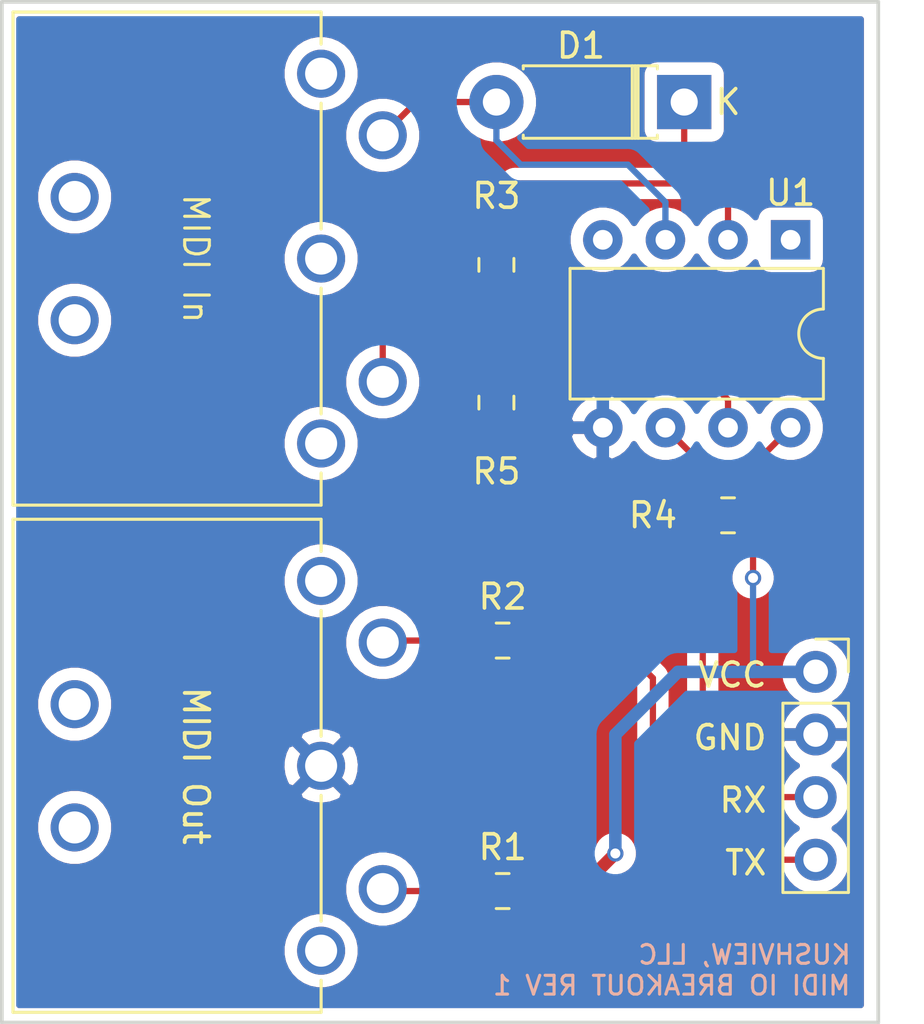
<source format=kicad_pcb>
(kicad_pcb (version 20171130) (host pcbnew 5.1.5-52549c5~84~ubuntu18.04.1)

  (general
    (thickness 1.6)
    (drawings 10)
    (tracks 50)
    (zones 0)
    (modules 10)
    (nets 18)
  )

  (page A4)
  (title_block
    (title "MIDI IO Breakout")
    (date 2020-02-04)
    (rev 1)
    (company "Kushview, LLC")
  )

  (layers
    (0 F.Cu signal)
    (31 B.Cu signal)
    (36 B.SilkS user)
    (37 F.SilkS user)
    (38 B.Mask user)
    (39 F.Mask user)
    (40 Dwgs.User user)
    (41 Cmts.User user)
    (42 Eco1.User user)
    (43 Eco2.User user)
    (44 Edge.Cuts user)
    (45 Margin user)
    (46 B.CrtYd user)
    (47 F.CrtYd user)
    (48 B.Fab user)
    (49 F.Fab user)
  )

  (setup
    (last_trace_width 0.254)
    (user_trace_width 0.254)
    (user_trace_width 0.508)
    (user_trace_width 0.762)
    (trace_clearance 0.254)
    (zone_clearance 0.508)
    (zone_45_only no)
    (trace_min 0.254)
    (via_size 0.6604)
    (via_drill 0.4064)
    (via_min_size 0.6604)
    (via_min_drill 0.4064)
    (user_via 0.6604 0.4064)
    (uvia_size 0.6604)
    (uvia_drill 0.4064)
    (uvias_allowed no)
    (uvia_min_size 0.6604)
    (uvia_min_drill 0.4064)
    (edge_width 0.15)
    (segment_width 0.15)
    (pcb_text_width 0.3)
    (pcb_text_size 1.5 1.5)
    (mod_edge_width 0.15)
    (mod_text_size 1 1)
    (mod_text_width 0.15)
    (pad_size 1.7 1.7)
    (pad_drill 1)
    (pad_to_mask_clearance 0.0508)
    (solder_mask_min_width 0.1016)
    (aux_axis_origin 0 0)
    (grid_origin 164.338 106.553)
    (visible_elements FFFFF77F)
    (pcbplotparams
      (layerselection 0x3d0f0_ffffffff)
      (usegerberextensions false)
      (usegerberattributes false)
      (usegerberadvancedattributes false)
      (creategerberjobfile false)
      (excludeedgelayer true)
      (linewidth 0.100000)
      (plotframeref false)
      (viasonmask false)
      (mode 1)
      (useauxorigin false)
      (hpglpennumber 1)
      (hpglpenspeed 20)
      (hpglpendiameter 15.000000)
      (psnegative false)
      (psa4output false)
      (plotreference true)
      (plotvalue true)
      (plotinvisibletext false)
      (padsonsilk false)
      (subtractmaskfromsilk false)
      (outputformat 1)
      (mirror false)
      (drillshape 0)
      (scaleselection 1)
      (outputdirectory "gerbers/"))
  )

  (net 0 "")
  (net 1 GND)
  (net 2 "Net-(J1-Pad5)")
  (net 3 "Net-(J1-Pad4)")
  (net 4 "Net-(J2-Pad4)")
  (net 5 "Net-(D1-Pad2)")
  (net 6 "Net-(D1-Pad1)")
  (net 7 VCC)
  (net 8 /TX)
  (net 9 /RX)
  (net 10 "Net-(R5-Pad1)")
  (net 11 "Net-(J1-Pad3)")
  (net 12 "Net-(J1-Pad1)")
  (net 13 "Net-(J2-Pad3)")
  (net 14 "Net-(J2-Pad1)")
  (net 15 "Net-(J2-Pad2)")
  (net 16 "Net-(U1-Pad4)")
  (net 17 "Net-(U1-Pad1)")

  (net_class Default "This is the default net class."
    (clearance 0.254)
    (trace_width 0.254)
    (via_dia 0.6604)
    (via_drill 0.4064)
    (uvia_dia 0.6604)
    (uvia_drill 0.4064)
    (diff_pair_width 0.254)
    (diff_pair_gap 0.254)
    (add_net /RX)
    (add_net /TX)
    (add_net GND)
    (add_net "Net-(D1-Pad1)")
    (add_net "Net-(D1-Pad2)")
    (add_net "Net-(J1-Pad1)")
    (add_net "Net-(J1-Pad3)")
    (add_net "Net-(J1-Pad4)")
    (add_net "Net-(J1-Pad5)")
    (add_net "Net-(J2-Pad1)")
    (add_net "Net-(J2-Pad2)")
    (add_net "Net-(J2-Pad3)")
    (add_net "Net-(J2-Pad4)")
    (add_net "Net-(R5-Pad1)")
    (add_net "Net-(U1-Pad1)")
    (add_net "Net-(U1-Pad4)")
    (add_net VCC)
  )

  (module midi_io:CUI_SDS-50J (layer F.Cu) (tedit 5E5FE78E) (tstamp 5E200B5F)
    (at 144.272 110.363 270)
    (path /5E1C9F3F)
    (fp_text reference J1 (at -4.445 5.08) (layer F.Fab)
      (effects (font (size 1.0007 1.0007) (thickness 0.1524)))
    )
    (fp_text value "MIDI Out" (at 0 5.08 270 unlocked) (layer F.SilkS)
      (effects (font (size 1.00146 1.00146) (thickness 0.1524)))
    )
    (fp_line (start 10 12.5) (end 10 0) (layer Eco2.User) (width 0.127))
    (fp_line (start -10 12.5) (end 10 12.5) (layer Eco2.User) (width 0.127))
    (fp_line (start -10 0) (end -10 12.5) (layer Eco2.User) (width 0.127))
    (fp_line (start 10 0) (end 8.7 0) (layer F.SilkS) (width 0.127))
    (fp_line (start 1.2 0) (end 6.3 0) (layer F.SilkS) (width 0.127))
    (fp_line (start -6.3 0) (end -1.2 0) (layer F.SilkS) (width 0.127))
    (fp_line (start -10 0) (end -8.7 0) (layer F.SilkS) (width 0.127))
    (fp_line (start 10.25 12.75) (end -10.25 12.75) (layer F.CrtYd) (width 0.127))
    (fp_line (start 10.25 -3.75) (end 10.25 12.75) (layer F.CrtYd) (width 0.127))
    (fp_line (start -10.25 -3.75) (end 10.25 -3.75) (layer F.CrtYd) (width 0.127))
    (fp_line (start -10.25 12.75) (end -10.25 -3.75) (layer F.CrtYd) (width 0.127))
    (fp_line (start 10 12.5) (end 10 0) (layer F.SilkS) (width 0.127))
    (fp_line (start -10 12.5) (end 10 12.5) (layer F.SilkS) (width 0.127))
    (fp_line (start -10 0) (end -10 12.5) (layer F.SilkS) (width 0.127))
    (pad S2 thru_hole circle (at 2.5 10 270) (size 1.95 1.95) (drill 1.3) (layers *.Cu *.Mask))
    (pad S1 thru_hole circle (at -2.5 10 270) (size 1.95 1.95) (drill 1.3) (layers *.Cu *.Mask))
    (pad 3 thru_hole circle (at -7.5 0 270) (size 1.95 1.95) (drill 1.3) (layers *.Cu *.Mask)
      (net 11 "Net-(J1-Pad3)"))
    (pad 5 thru_hole circle (at -5 -2.5 270) (size 1.95 1.95) (drill 1.3) (layers *.Cu *.Mask)
      (net 2 "Net-(J1-Pad5)"))
    (pad 1 thru_hole circle (at 7.5 0 270) (size 1.95 1.95) (drill 1.3) (layers *.Cu *.Mask)
      (net 12 "Net-(J1-Pad1)"))
    (pad 4 thru_hole circle (at 5 -2.5 270) (size 1.95 1.95) (drill 1.3) (layers *.Cu *.Mask)
      (net 3 "Net-(J1-Pad4)"))
    (pad 2 thru_hole circle (at 0 0 270) (size 1.95 1.95) (drill 1.3) (layers *.Cu *.Mask)
      (net 1 GND))
    (model ${KIPRJMOD}/midi_io.3dshapes/CUI_DEVICES_SDS-50J.step
      (offset (xyz 0 -12.75 0))
      (scale (xyz 1 1 1))
      (rotate (xyz -90 0 0))
    )
  )

  (module midi_io:CUI_SDS-50J (layer F.Cu) (tedit 5E5FE769) (tstamp 5E1D0666)
    (at 144.272 89.789 270)
    (path /5E1CB8E5)
    (fp_text reference J2 (at -4.318 4.953) (layer F.Fab)
      (effects (font (size 1.0007 1.0007) (thickness 0.1524)))
    )
    (fp_text value "MIDI In" (at 0 5.08 270 unlocked) (layer F.SilkS)
      (effects (font (size 1.00146 1.00146) (thickness 0.127)))
    )
    (fp_line (start 10 12.5) (end 10 0) (layer Eco2.User) (width 0.127))
    (fp_line (start -10 12.5) (end 10 12.5) (layer Eco2.User) (width 0.127))
    (fp_line (start -10 0) (end -10 12.5) (layer Eco2.User) (width 0.127))
    (fp_line (start 10 0) (end 8.7 0) (layer F.SilkS) (width 0.127))
    (fp_line (start 1.2 0) (end 6.3 0) (layer F.SilkS) (width 0.127))
    (fp_line (start -6.3 0) (end -1.2 0) (layer F.SilkS) (width 0.127))
    (fp_line (start -10 0) (end -8.7 0) (layer F.SilkS) (width 0.127))
    (fp_line (start 10.25 12.75) (end -10.25 12.75) (layer F.CrtYd) (width 0.127))
    (fp_line (start 10.25 -3.75) (end 10.25 12.75) (layer F.CrtYd) (width 0.127))
    (fp_line (start -10.25 -3.75) (end 10.25 -3.75) (layer F.CrtYd) (width 0.127))
    (fp_line (start -10.25 12.75) (end -10.25 -3.75) (layer F.CrtYd) (width 0.127))
    (fp_line (start 10 12.5) (end 10 0) (layer F.SilkS) (width 0.127))
    (fp_line (start -10 12.5) (end 10 12.5) (layer F.SilkS) (width 0.127))
    (fp_line (start -10 0) (end -10 12.5) (layer F.SilkS) (width 0.127))
    (pad S2 thru_hole circle (at 2.5 10 270) (size 1.95 1.95) (drill 1.3) (layers *.Cu *.Mask))
    (pad S1 thru_hole circle (at -2.5 10 270) (size 1.95 1.95) (drill 1.3) (layers *.Cu *.Mask))
    (pad 3 thru_hole circle (at -7.5 0 270) (size 1.95 1.95) (drill 1.3) (layers *.Cu *.Mask)
      (net 13 "Net-(J2-Pad3)"))
    (pad 5 thru_hole circle (at -5 -2.5 270) (size 1.95 1.95) (drill 1.3) (layers *.Cu *.Mask)
      (net 5 "Net-(D1-Pad2)"))
    (pad 1 thru_hole circle (at 7.5 0 270) (size 1.95 1.95) (drill 1.3) (layers *.Cu *.Mask)
      (net 14 "Net-(J2-Pad1)"))
    (pad 4 thru_hole circle (at 5 -2.5 270) (size 1.95 1.95) (drill 1.3) (layers *.Cu *.Mask)
      (net 4 "Net-(J2-Pad4)"))
    (pad 2 thru_hole circle (at 0 0 270) (size 1.95 1.95) (drill 1.3) (layers *.Cu *.Mask)
      (net 15 "Net-(J2-Pad2)"))
    (model ${KIPRJMOD}/midi_io.3dshapes/CUI_DEVICES_SDS-50J.step
      (offset (xyz 0 -12.75 0))
      (scale (xyz 1 1 1))
      (rotate (xyz -90 0 0))
    )
  )

  (module Connector_PinSocket_2.54mm:PinSocket_1x04_P2.54mm_Vertical (layer F.Cu) (tedit 5E5E0735) (tstamp 5E1DFD78)
    (at 164.338 106.553)
    (descr "Through hole straight socket strip, 1x04, 2.54mm pitch, single row (from Kicad 4.0.7), script generated")
    (tags "Through hole socket strip THT 1x04 2.54mm single row")
    (path /5E2382CC)
    (fp_text reference J3 (at 0 -2.77) (layer F.SilkS) hide
      (effects (font (size 1 1) (thickness 0.15)))
    )
    (fp_text value Conn_01x04 (at -0.254 4.826) (layer F.Fab)
      (effects (font (size 1 1) (thickness 0.15)))
    )
    (fp_text user %R (at 0 3.81 180) (layer F.Fab)
      (effects (font (size 1 1) (thickness 0.15)))
    )
    (fp_line (start -1.8 9.4) (end -1.8 -1.8) (layer F.CrtYd) (width 0.05))
    (fp_line (start 1.75 9.4) (end -1.8 9.4) (layer F.CrtYd) (width 0.05))
    (fp_line (start 1.75 -1.8) (end 1.75 9.4) (layer F.CrtYd) (width 0.05))
    (fp_line (start -1.8 -1.8) (end 1.75 -1.8) (layer F.CrtYd) (width 0.05))
    (fp_line (start 0 -1.33) (end 1.33 -1.33) (layer F.SilkS) (width 0.12))
    (fp_line (start 1.33 -1.33) (end 1.33 0) (layer F.SilkS) (width 0.12))
    (fp_line (start 1.33 1.27) (end 1.33 8.95) (layer F.SilkS) (width 0.12))
    (fp_line (start -1.33 8.95) (end 1.33 8.95) (layer F.SilkS) (width 0.12))
    (fp_line (start -1.33 1.27) (end -1.33 8.95) (layer F.SilkS) (width 0.12))
    (fp_line (start -1.33 1.27) (end 1.33 1.27) (layer F.SilkS) (width 0.12))
    (fp_line (start -1.27 8.89) (end -1.27 -1.27) (layer F.Fab) (width 0.1))
    (fp_line (start 1.27 8.89) (end -1.27 8.89) (layer F.Fab) (width 0.1))
    (fp_line (start 1.27 -0.635) (end 1.27 8.89) (layer F.Fab) (width 0.1))
    (fp_line (start 0.635 -1.27) (end 1.27 -0.635) (layer F.Fab) (width 0.1))
    (fp_line (start -1.27 -1.27) (end 0.635 -1.27) (layer F.Fab) (width 0.1))
    (pad 4 thru_hole oval (at 0 7.62) (size 1.7 1.7) (drill 1) (layers *.Cu *.Mask)
      (net 8 /TX))
    (pad 3 thru_hole oval (at 0 5.08) (size 1.7 1.7) (drill 1) (layers *.Cu *.Mask)
      (net 9 /RX))
    (pad 2 thru_hole oval (at 0 2.54) (size 1.7 1.7) (drill 1) (layers *.Cu *.Mask)
      (net 1 GND))
    (pad 1 thru_hole circle (at 0 0) (size 1.7 1.7) (drill 1) (layers *.Cu *.Mask)
      (net 7 VCC))
    (model ${KISYS3DMOD}/Connector_PinSocket_2.54mm.3dshapes/PinSocket_1x04_P2.54mm_Vertical.wrl
      (at (xyz 0 0 0))
      (scale (xyz 1 1 1))
      (rotate (xyz 0 0 0))
    )
  )

  (module Resistor_SMD:R_0805_2012Metric_Pad1.15x1.40mm_HandSolder (layer F.Cu) (tedit 5B36C52B) (tstamp 5E1DFDBC)
    (at 151.384 95.631 270)
    (descr "Resistor SMD 0805 (2012 Metric), square (rectangular) end terminal, IPC_7351 nominal with elongated pad for handsoldering. (Body size source: https://docs.google.com/spreadsheets/d/1BsfQQcO9C6DZCsRaXUlFlo91Tg2WpOkGARC1WS5S8t0/edit?usp=sharing), generated with kicad-footprint-generator")
    (tags "resistor handsolder")
    (path /5E238E15)
    (attr smd)
    (fp_text reference R5 (at 2.794 0 180) (layer F.SilkS)
      (effects (font (size 1 1) (thickness 0.15)))
    )
    (fp_text value 4.7k (at 1.27 0 180) (layer F.Fab)
      (effects (font (size 1 1) (thickness 0.15)))
    )
    (fp_text user %R (at 0 0 180) (layer F.Fab)
      (effects (font (size 0.5 0.5) (thickness 0.08)))
    )
    (fp_line (start 1.85 0.95) (end -1.85 0.95) (layer F.CrtYd) (width 0.05))
    (fp_line (start 1.85 -0.95) (end 1.85 0.95) (layer F.CrtYd) (width 0.05))
    (fp_line (start -1.85 -0.95) (end 1.85 -0.95) (layer F.CrtYd) (width 0.05))
    (fp_line (start -1.85 0.95) (end -1.85 -0.95) (layer F.CrtYd) (width 0.05))
    (fp_line (start -0.261252 0.71) (end 0.261252 0.71) (layer F.SilkS) (width 0.12))
    (fp_line (start -0.261252 -0.71) (end 0.261252 -0.71) (layer F.SilkS) (width 0.12))
    (fp_line (start 1 0.6) (end -1 0.6) (layer F.Fab) (width 0.1))
    (fp_line (start 1 -0.6) (end 1 0.6) (layer F.Fab) (width 0.1))
    (fp_line (start -1 -0.6) (end 1 -0.6) (layer F.Fab) (width 0.1))
    (fp_line (start -1 0.6) (end -1 -0.6) (layer F.Fab) (width 0.1))
    (pad 2 smd roundrect (at 1.025 0 270) (size 1.15 1.4) (layers F.Cu F.Paste F.Mask) (roundrect_rratio 0.217391)
      (net 1 GND))
    (pad 1 smd roundrect (at -1.025 0 270) (size 1.15 1.4) (layers F.Cu F.Paste F.Mask) (roundrect_rratio 0.217391)
      (net 10 "Net-(R5-Pad1)"))
    (model ${KISYS3DMOD}/Resistor_SMD.3dshapes/R_0805_2012Metric.wrl
      (at (xyz 0 0 0))
      (scale (xyz 1 1 1))
      (rotate (xyz 0 0 0))
    )
  )

  (module Resistor_SMD:R_0805_2012Metric_Pad1.15x1.40mm_HandSolder (layer F.Cu) (tedit 5B36C52B) (tstamp 5E1DFD9A)
    (at 151.384 90.043 270)
    (descr "Resistor SMD 0805 (2012 Metric), square (rectangular) end terminal, IPC_7351 nominal with elongated pad for handsoldering. (Body size source: https://docs.google.com/spreadsheets/d/1BsfQQcO9C6DZCsRaXUlFlo91Tg2WpOkGARC1WS5S8t0/edit?usp=sharing), generated with kicad-footprint-generator")
    (tags "resistor handsolder")
    (path /5E1F680B)
    (attr smd)
    (fp_text reference R3 (at -2.794 0 180) (layer F.SilkS)
      (effects (font (size 1 1) (thickness 0.15)))
    )
    (fp_text value 220 (at 1.27 0 180) (layer F.Fab)
      (effects (font (size 1 1) (thickness 0.15)))
    )
    (fp_text user %R (at 0 -0.0762 180) (layer F.Fab)
      (effects (font (size 0.5 0.5) (thickness 0.08)))
    )
    (fp_line (start 1.85 0.95) (end -1.85 0.95) (layer F.CrtYd) (width 0.05))
    (fp_line (start 1.85 -0.95) (end 1.85 0.95) (layer F.CrtYd) (width 0.05))
    (fp_line (start -1.85 -0.95) (end 1.85 -0.95) (layer F.CrtYd) (width 0.05))
    (fp_line (start -1.85 0.95) (end -1.85 -0.95) (layer F.CrtYd) (width 0.05))
    (fp_line (start -0.261252 0.71) (end 0.261252 0.71) (layer F.SilkS) (width 0.12))
    (fp_line (start -0.261252 -0.71) (end 0.261252 -0.71) (layer F.SilkS) (width 0.12))
    (fp_line (start 1 0.6) (end -1 0.6) (layer F.Fab) (width 0.1))
    (fp_line (start 1 -0.6) (end 1 0.6) (layer F.Fab) (width 0.1))
    (fp_line (start -1 -0.6) (end 1 -0.6) (layer F.Fab) (width 0.1))
    (fp_line (start -1 0.6) (end -1 -0.6) (layer F.Fab) (width 0.1))
    (pad 2 smd roundrect (at 1.025 0 270) (size 1.15 1.4) (layers F.Cu F.Paste F.Mask) (roundrect_rratio 0.217391)
      (net 4 "Net-(J2-Pad4)"))
    (pad 1 smd roundrect (at -1.025 0 270) (size 1.15 1.4) (layers F.Cu F.Paste F.Mask) (roundrect_rratio 0.217391)
      (net 6 "Net-(D1-Pad1)"))
    (model ${KISYS3DMOD}/Resistor_SMD.3dshapes/R_0805_2012Metric.wrl
      (at (xyz 0 0 0))
      (scale (xyz 1 1 1))
      (rotate (xyz 0 0 0))
    )
  )

  (module Resistor_SMD:R_0805_2012Metric_Pad1.15x1.40mm_HandSolder (layer F.Cu) (tedit 5B36C52B) (tstamp 5E1E85C8)
    (at 160.782 100.203 180)
    (descr "Resistor SMD 0805 (2012 Metric), square (rectangular) end terminal, IPC_7351 nominal with elongated pad for handsoldering. (Body size source: https://docs.google.com/spreadsheets/d/1BsfQQcO9C6DZCsRaXUlFlo91Tg2WpOkGARC1WS5S8t0/edit?usp=sharing), generated with kicad-footprint-generator")
    (tags "resistor handsolder")
    (path /5E219FBF)
    (attr smd)
    (fp_text reference R4 (at 3.048 0) (layer F.SilkS)
      (effects (font (size 1 1) (thickness 0.15)))
    )
    (fp_text value 220 (at 0 -0.381) (layer F.Fab)
      (effects (font (size 1 1) (thickness 0.15)))
    )
    (fp_text user %R (at 0 0.635) (layer F.Fab)
      (effects (font (size 0.5 0.5) (thickness 0.08)))
    )
    (fp_line (start 1.85 0.95) (end -1.85 0.95) (layer F.CrtYd) (width 0.05))
    (fp_line (start 1.85 -0.95) (end 1.85 0.95) (layer F.CrtYd) (width 0.05))
    (fp_line (start -1.85 -0.95) (end 1.85 -0.95) (layer F.CrtYd) (width 0.05))
    (fp_line (start -1.85 0.95) (end -1.85 -0.95) (layer F.CrtYd) (width 0.05))
    (fp_line (start -0.261252 0.71) (end 0.261252 0.71) (layer F.SilkS) (width 0.12))
    (fp_line (start -0.261252 -0.71) (end 0.261252 -0.71) (layer F.SilkS) (width 0.12))
    (fp_line (start 1 0.6) (end -1 0.6) (layer F.Fab) (width 0.1))
    (fp_line (start 1 -0.6) (end 1 0.6) (layer F.Fab) (width 0.1))
    (fp_line (start -1 -0.6) (end 1 -0.6) (layer F.Fab) (width 0.1))
    (fp_line (start -1 0.6) (end -1 -0.6) (layer F.Fab) (width 0.1))
    (pad 2 smd roundrect (at 1.025 0 180) (size 1.15 1.4) (layers F.Cu F.Paste F.Mask) (roundrect_rratio 0.217391)
      (net 9 /RX))
    (pad 1 smd roundrect (at -1.025 0 180) (size 1.15 1.4) (layers F.Cu F.Paste F.Mask) (roundrect_rratio 0.217391)
      (net 7 VCC))
    (model ${KISYS3DMOD}/Resistor_SMD.3dshapes/R_0805_2012Metric.wrl
      (at (xyz 0 0 0))
      (scale (xyz 1 1 1))
      (rotate (xyz 0 0 0))
    )
  )

  (module Resistor_SMD:R_0805_2012Metric_Pad1.15x1.40mm_HandSolder (layer F.Cu) (tedit 5B36C52B) (tstamp 5E1DFDAB)
    (at 151.638 105.283 180)
    (descr "Resistor SMD 0805 (2012 Metric), square (rectangular) end terminal, IPC_7351 nominal with elongated pad for handsoldering. (Body size source: https://docs.google.com/spreadsheets/d/1BsfQQcO9C6DZCsRaXUlFlo91Tg2WpOkGARC1WS5S8t0/edit?usp=sharing), generated with kicad-footprint-generator")
    (tags "resistor handsolder")
    (path /5E1F64F0)
    (attr smd)
    (fp_text reference R2 (at 0 1.778) (layer F.SilkS)
      (effects (font (size 1 1) (thickness 0.15)))
    )
    (fp_text value 220 (at 0 0) (layer F.Fab)
      (effects (font (size 1 1) (thickness 0.15)))
    )
    (fp_text user %R (at 0 0) (layer F.Fab)
      (effects (font (size 0.5 0.5) (thickness 0.08)))
    )
    (fp_line (start 1.85 0.95) (end -1.85 0.95) (layer F.CrtYd) (width 0.05))
    (fp_line (start 1.85 -0.95) (end 1.85 0.95) (layer F.CrtYd) (width 0.05))
    (fp_line (start -1.85 -0.95) (end 1.85 -0.95) (layer F.CrtYd) (width 0.05))
    (fp_line (start -1.85 0.95) (end -1.85 -0.95) (layer F.CrtYd) (width 0.05))
    (fp_line (start -0.261252 0.71) (end 0.261252 0.71) (layer F.SilkS) (width 0.12))
    (fp_line (start -0.261252 -0.71) (end 0.261252 -0.71) (layer F.SilkS) (width 0.12))
    (fp_line (start 1 0.6) (end -1 0.6) (layer F.Fab) (width 0.1))
    (fp_line (start 1 -0.6) (end 1 0.6) (layer F.Fab) (width 0.1))
    (fp_line (start -1 -0.6) (end 1 -0.6) (layer F.Fab) (width 0.1))
    (fp_line (start -1 0.6) (end -1 -0.6) (layer F.Fab) (width 0.1))
    (pad 2 smd roundrect (at 1.025 0 180) (size 1.15 1.4) (layers F.Cu F.Paste F.Mask) (roundrect_rratio 0.217391)
      (net 2 "Net-(J1-Pad5)"))
    (pad 1 smd roundrect (at -1.025 0 180) (size 1.15 1.4) (layers F.Cu F.Paste F.Mask) (roundrect_rratio 0.217391)
      (net 8 /TX))
    (model ${KISYS3DMOD}/Resistor_SMD.3dshapes/R_0805_2012Metric.wrl
      (at (xyz 0 0 0))
      (scale (xyz 1 1 1))
      (rotate (xyz 0 0 0))
    )
  )

  (module Resistor_SMD:R_0805_2012Metric_Pad1.15x1.40mm_HandSolder (layer F.Cu) (tedit 5B36C52B) (tstamp 5E1DFD89)
    (at 151.638 115.443 180)
    (descr "Resistor SMD 0805 (2012 Metric), square (rectangular) end terminal, IPC_7351 nominal with elongated pad for handsoldering. (Body size source: https://docs.google.com/spreadsheets/d/1BsfQQcO9C6DZCsRaXUlFlo91Tg2WpOkGARC1WS5S8t0/edit?usp=sharing), generated with kicad-footprint-generator")
    (tags "resistor handsolder")
    (path /5E1EE0D0)
    (attr smd)
    (fp_text reference R1 (at 0 1.778) (layer F.SilkS)
      (effects (font (size 1 1) (thickness 0.15)))
    )
    (fp_text value 220 (at 0 0) (layer F.Fab)
      (effects (font (size 1 1) (thickness 0.15)))
    )
    (fp_text user %R (at 0 0) (layer F.Fab)
      (effects (font (size 0.5 0.5) (thickness 0.08)))
    )
    (fp_line (start 1.85 0.95) (end -1.85 0.95) (layer F.CrtYd) (width 0.05))
    (fp_line (start 1.85 -0.95) (end 1.85 0.95) (layer F.CrtYd) (width 0.05))
    (fp_line (start -1.85 -0.95) (end 1.85 -0.95) (layer F.CrtYd) (width 0.05))
    (fp_line (start -1.85 0.95) (end -1.85 -0.95) (layer F.CrtYd) (width 0.05))
    (fp_line (start -0.261252 0.71) (end 0.261252 0.71) (layer F.SilkS) (width 0.12))
    (fp_line (start -0.261252 -0.71) (end 0.261252 -0.71) (layer F.SilkS) (width 0.12))
    (fp_line (start 1 0.6) (end -1 0.6) (layer F.Fab) (width 0.1))
    (fp_line (start 1 -0.6) (end 1 0.6) (layer F.Fab) (width 0.1))
    (fp_line (start -1 -0.6) (end 1 -0.6) (layer F.Fab) (width 0.1))
    (fp_line (start -1 0.6) (end -1 -0.6) (layer F.Fab) (width 0.1))
    (pad 2 smd roundrect (at 1.025 0 180) (size 1.15 1.4) (layers F.Cu F.Paste F.Mask) (roundrect_rratio 0.217391)
      (net 3 "Net-(J1-Pad4)"))
    (pad 1 smd roundrect (at -1.025 0 180) (size 1.15 1.4) (layers F.Cu F.Paste F.Mask) (roundrect_rratio 0.217391)
      (net 7 VCC))
    (model ${KISYS3DMOD}/Resistor_SMD.3dshapes/R_0805_2012Metric.wrl
      (at (xyz 0 0 0))
      (scale (xyz 1 1 1))
      (rotate (xyz 0 0 0))
    )
  )

  (module Diode_THT:D_DO-41_SOD81_P7.62mm_Horizontal (layer F.Cu) (tedit 5AE50CD5) (tstamp 5E1E8A30)
    (at 159.004 83.439 180)
    (descr "Diode, DO-41_SOD81 series, Axial, Horizontal, pin pitch=7.62mm, , length*diameter=5.2*2.7mm^2, , http://www.diodes.com/_files/packages/DO-41%20(Plastic).pdf")
    (tags "Diode DO-41_SOD81 series Axial Horizontal pin pitch 7.62mm  length 5.2mm diameter 2.7mm")
    (path /5E269A0F)
    (fp_text reference D1 (at 4.191 2.286) (layer F.SilkS)
      (effects (font (size 1 1) (thickness 0.15)))
    )
    (fp_text value 1N4001-G (at 3.937 -0.889) (layer F.Fab)
      (effects (font (size 1 1) (thickness 0.15)))
    )
    (fp_text user K (at -1.778 0) (layer F.SilkS)
      (effects (font (size 1 1) (thickness 0.15)))
    )
    (fp_text user K (at -1.778 0) (layer F.Fab)
      (effects (font (size 1 1) (thickness 0.15)))
    )
    (fp_text user %R (at 4.2 0.127) (layer F.Fab)
      (effects (font (size 1 1) (thickness 0.15)))
    )
    (fp_line (start 8.97 -1.6) (end -1.35 -1.6) (layer F.CrtYd) (width 0.05))
    (fp_line (start 8.97 1.6) (end 8.97 -1.6) (layer F.CrtYd) (width 0.05))
    (fp_line (start -1.35 1.6) (end 8.97 1.6) (layer F.CrtYd) (width 0.05))
    (fp_line (start -1.35 -1.6) (end -1.35 1.6) (layer F.CrtYd) (width 0.05))
    (fp_line (start 1.87 -1.47) (end 1.87 1.47) (layer F.SilkS) (width 0.12))
    (fp_line (start 2.11 -1.47) (end 2.11 1.47) (layer F.SilkS) (width 0.12))
    (fp_line (start 1.99 -1.47) (end 1.99 1.47) (layer F.SilkS) (width 0.12))
    (fp_line (start 6.53 1.47) (end 6.53 1.34) (layer F.SilkS) (width 0.12))
    (fp_line (start 1.09 1.47) (end 6.53 1.47) (layer F.SilkS) (width 0.12))
    (fp_line (start 1.09 1.34) (end 1.09 1.47) (layer F.SilkS) (width 0.12))
    (fp_line (start 6.53 -1.47) (end 6.53 -1.34) (layer F.SilkS) (width 0.12))
    (fp_line (start 1.09 -1.47) (end 6.53 -1.47) (layer F.SilkS) (width 0.12))
    (fp_line (start 1.09 -1.34) (end 1.09 -1.47) (layer F.SilkS) (width 0.12))
    (fp_line (start 1.89 -1.35) (end 1.89 1.35) (layer F.Fab) (width 0.1))
    (fp_line (start 2.09 -1.35) (end 2.09 1.35) (layer F.Fab) (width 0.1))
    (fp_line (start 1.99 -1.35) (end 1.99 1.35) (layer F.Fab) (width 0.1))
    (fp_line (start 7.62 0) (end 6.41 0) (layer F.Fab) (width 0.1))
    (fp_line (start 0 0) (end 1.21 0) (layer F.Fab) (width 0.1))
    (fp_line (start 6.41 -1.35) (end 1.21 -1.35) (layer F.Fab) (width 0.1))
    (fp_line (start 6.41 1.35) (end 6.41 -1.35) (layer F.Fab) (width 0.1))
    (fp_line (start 1.21 1.35) (end 6.41 1.35) (layer F.Fab) (width 0.1))
    (fp_line (start 1.21 -1.35) (end 1.21 1.35) (layer F.Fab) (width 0.1))
    (pad 2 thru_hole oval (at 7.62 0 180) (size 2.2 2.2) (drill 1.1) (layers *.Cu *.Mask)
      (net 5 "Net-(D1-Pad2)"))
    (pad 1 thru_hole rect (at 0 0 180) (size 2.2 2.2) (drill 1.1) (layers *.Cu *.Mask)
      (net 6 "Net-(D1-Pad1)"))
    (model ${KISYS3DMOD}/Diode_THT.3dshapes/D_DO-41_SOD81_P7.62mm_Horizontal.wrl
      (at (xyz 0 0 0))
      (scale (xyz 1 1 1))
      (rotate (xyz 0 0 0))
    )
  )

  (module Package_DIP:DIP-8_W7.62mm (layer F.Cu) (tedit 5A02E8C5) (tstamp 5E1DF731)
    (at 163.322 89.027 270)
    (descr "8-lead though-hole mounted DIP package, row spacing 7.62 mm (300 mils)")
    (tags "THT DIP DIL PDIP 2.54mm 7.62mm 300mil")
    (path /5E1D2B56)
    (fp_text reference U1 (at -1.905 0 180) (layer F.SilkS)
      (effects (font (size 1 1) (thickness 0.15)))
    )
    (fp_text value 6N138 (at 2.921 3.683 180) (layer F.Fab)
      (effects (font (size 1 1) (thickness 0.15)))
    )
    (fp_text user %R (at 4.445 3.556 180) (layer F.Fab)
      (effects (font (size 1 1) (thickness 0.15)))
    )
    (fp_line (start 8.7 -1.55) (end -1.1 -1.55) (layer F.CrtYd) (width 0.05))
    (fp_line (start 8.7 9.15) (end 8.7 -1.55) (layer F.CrtYd) (width 0.05))
    (fp_line (start -1.1 9.15) (end 8.7 9.15) (layer F.CrtYd) (width 0.05))
    (fp_line (start -1.1 -1.55) (end -1.1 9.15) (layer F.CrtYd) (width 0.05))
    (fp_line (start 6.46 -1.33) (end 4.81 -1.33) (layer F.SilkS) (width 0.12))
    (fp_line (start 6.46 8.95) (end 6.46 -1.33) (layer F.SilkS) (width 0.12))
    (fp_line (start 1.16 8.95) (end 6.46 8.95) (layer F.SilkS) (width 0.12))
    (fp_line (start 1.16 -1.33) (end 1.16 8.95) (layer F.SilkS) (width 0.12))
    (fp_line (start 2.81 -1.33) (end 1.16 -1.33) (layer F.SilkS) (width 0.12))
    (fp_line (start 0.635 -0.27) (end 1.635 -1.27) (layer F.Fab) (width 0.1))
    (fp_line (start 0.635 8.89) (end 0.635 -0.27) (layer F.Fab) (width 0.1))
    (fp_line (start 6.985 8.89) (end 0.635 8.89) (layer F.Fab) (width 0.1))
    (fp_line (start 6.985 -1.27) (end 6.985 8.89) (layer F.Fab) (width 0.1))
    (fp_line (start 1.635 -1.27) (end 6.985 -1.27) (layer F.Fab) (width 0.1))
    (fp_arc (start 3.81 -1.33) (end 2.81 -1.33) (angle -180) (layer F.SilkS) (width 0.12))
    (pad 8 thru_hole oval (at 7.62 0 270) (size 1.6 1.6) (drill 0.8) (layers *.Cu *.Mask)
      (net 7 VCC))
    (pad 4 thru_hole oval (at 0 7.62 270) (size 1.6 1.6) (drill 0.8) (layers *.Cu *.Mask)
      (net 16 "Net-(U1-Pad4)"))
    (pad 7 thru_hole oval (at 7.62 2.54 270) (size 1.6 1.6) (drill 0.8) (layers *.Cu *.Mask)
      (net 10 "Net-(R5-Pad1)"))
    (pad 3 thru_hole oval (at 0 5.08 270) (size 1.6 1.6) (drill 0.8) (layers *.Cu *.Mask)
      (net 5 "Net-(D1-Pad2)"))
    (pad 6 thru_hole oval (at 7.62 5.08 270) (size 1.6 1.6) (drill 0.8) (layers *.Cu *.Mask)
      (net 9 /RX))
    (pad 2 thru_hole oval (at 0 2.54 270) (size 1.6 1.6) (drill 0.8) (layers *.Cu *.Mask)
      (net 6 "Net-(D1-Pad1)"))
    (pad 5 thru_hole oval (at 7.62 7.62 270) (size 1.6 1.6) (drill 0.8) (layers *.Cu *.Mask)
      (net 1 GND))
    (pad 1 thru_hole rect (at 0 0 270) (size 1.6 1.6) (drill 0.8) (layers *.Cu *.Mask)
      (net 17 "Net-(U1-Pad1)"))
    (model ${KISYS3DMOD}/Package_DIP.3dshapes/DIP-8_W7.62mm.wrl
      (at (xyz 0 0 0))
      (scale (xyz 1 1 1))
      (rotate (xyz 0 0 0))
    )
  )

  (gr_text "KUSHVIEW, LLC" (at 157.068 118.027) (layer B.SilkS) (tstamp 5E3C1E97)
    (effects (font (size 0.762 0.762) (thickness 0.127)) (justify right mirror))
  )
  (gr_text TX (at 162.433 114.3) (layer F.SilkS) (tstamp 5E1F3172)
    (effects (font (size 0.9652 0.9652) (thickness 0.1524)) (justify right))
  )
  (gr_text RX (at 162.433 111.76) (layer F.SilkS) (tstamp 5E1F3172)
    (effects (font (size 0.9652 0.9652) (thickness 0.1524)) (justify right))
  )
  (gr_text GND (at 162.433 109.22) (layer F.SilkS) (tstamp 5E1F3090)
    (effects (font (size 0.9652 0.9652) (thickness 0.1524)) (justify right))
  )
  (gr_text "VCC\n" (at 162.433 106.68) (layer F.SilkS)
    (effects (font (size 0.9652 0.9652) (thickness 0.1524)) (justify right))
  )
  (gr_text "MIDI IO BREAKOUT REV 1" (at 165.818 119.277) (layer B.SilkS)
    (effects (font (size 0.762 0.762) (thickness 0.127)) (justify left mirror))
  )
  (gr_line (start 166.878 120.777) (end 166.878 79.375) (angle 90) (layer Edge.Cuts) (width 0.15))
  (gr_line (start 131.318 120.777) (end 166.878 120.777) (angle 90) (layer Edge.Cuts) (width 0.15))
  (gr_line (start 131.318 79.375) (end 131.318 120.777) (angle 90) (layer Edge.Cuts) (width 0.15))
  (gr_line (start 166.878 79.375) (end 131.318 79.375) (angle 90) (layer Edge.Cuts) (width 0.15))

  (segment (start 146.852 105.283) (end 146.772 105.363) (width 0.254) (layer F.Cu) (net 2))
  (segment (start 150.613 105.283) (end 146.852 105.283) (width 0.254) (layer F.Cu) (net 2))
  (segment (start 146.852 115.443) (end 146.772 115.363) (width 0.254) (layer F.Cu) (net 3))
  (segment (start 150.613 115.443) (end 146.852 115.443) (width 0.254) (layer F.Cu) (net 3))
  (segment (start 146.772 94.789) (end 146.772 92.369) (width 0.254) (layer F.Cu) (net 4))
  (segment (start 148.073 91.068) (end 151.384 91.068) (width 0.254) (layer F.Cu) (net 4))
  (segment (start 146.772 92.369) (end 148.073 91.068) (width 0.254) (layer F.Cu) (net 4))
  (segment (start 152.368366 85.979) (end 156.718 85.979) (width 0.254) (layer B.Cu) (net 5))
  (segment (start 158.242 87.503) (end 158.242 89.027) (width 0.254) (layer B.Cu) (net 5))
  (segment (start 156.718 85.979) (end 158.242 87.503) (width 0.254) (layer B.Cu) (net 5))
  (segment (start 151.384 83.439) (end 151.384 84.994634) (width 0.254) (layer B.Cu) (net 5))
  (segment (start 151.384 84.994634) (end 152.368366 85.979) (width 0.254) (layer B.Cu) (net 5))
  (segment (start 148.122 83.439) (end 151.384 83.439) (width 0.254) (layer F.Cu) (net 5))
  (segment (start 146.772 84.789) (end 148.122 83.439) (width 0.254) (layer F.Cu) (net 5))
  (segment (start 159.004 83.439) (end 159.004 86.741) (width 0.254) (layer F.Cu) (net 6))
  (segment (start 160.782 87.503) (end 160.782 89.027) (width 0.254) (layer F.Cu) (net 6))
  (segment (start 159.004 86.741) (end 160.02 86.741) (width 0.254) (layer F.Cu) (net 6))
  (segment (start 160.02 86.741) (end 160.782 87.503) (width 0.254) (layer F.Cu) (net 6))
  (segment (start 152.146 86.741) (end 151.384 87.503) (width 0.254) (layer F.Cu) (net 6))
  (segment (start 151.384 87.503) (end 151.384 89.018) (width 0.254) (layer F.Cu) (net 6))
  (segment (start 159.004 86.741) (end 152.146 86.741) (width 0.254) (layer F.Cu) (net 6))
  (segment (start 164.338 106.553) (end 161.798 106.553) (width 0.508) (layer B.Cu) (net 7))
  (segment (start 161.798 106.553) (end 161.797994 106.552994) (width 0.254) (layer B.Cu) (net 7))
  (segment (start 161.807 98.162) (end 163.322 96.647) (width 0.254) (layer F.Cu) (net 7))
  (segment (start 161.807 100.203) (end 161.807 98.162) (width 0.254) (layer F.Cu) (net 7))
  (via (at 161.798 102.743) (size 0.6604) (drill 0.4064) (layers F.Cu B.Cu) (net 7))
  (segment (start 161.798 106.553) (end 161.798 102.743) (width 0.254) (layer B.Cu) (net 7))
  (segment (start 161.798 100.212) (end 161.807 100.203) (width 0.254) (layer F.Cu) (net 7))
  (segment (start 161.798 102.743) (end 161.798 100.212) (width 0.254) (layer F.Cu) (net 7))
  (segment (start 156.21 113.919) (end 156.21 113.919) (width 0.508) (layer F.Cu) (net 7))
  (segment (start 156.21 109.093) (end 156.21 113.919) (width 0.508) (layer B.Cu) (net 7) (tstamp 5E3A6EA8))
  (via (at 156.21 113.919) (size 0.6604) (drill 0.4064) (layers F.Cu B.Cu) (net 7))
  (segment (start 161.798 106.553) (end 158.75 106.553) (width 0.508) (layer B.Cu) (net 7))
  (segment (start 158.75 106.553) (end 156.21 109.093) (width 0.508) (layer B.Cu) (net 7))
  (segment (start 154.686 115.443) (end 152.663 115.443) (width 0.508) (layer F.Cu) (net 7))
  (segment (start 156.21 113.919) (end 154.686 115.443) (width 0.508) (layer F.Cu) (net 7) (tstamp 5E3A7041))
  (segment (start 160.02 114.173) (end 164.338 114.173) (width 0.254) (layer F.Cu) (net 8))
  (segment (start 157.734 111.887) (end 160.02 114.173) (width 0.254) (layer F.Cu) (net 8))
  (segment (start 157.734 106.807) (end 157.734 111.887) (width 0.254) (layer F.Cu) (net 8))
  (segment (start 156.21 105.283) (end 157.734 106.807) (width 0.254) (layer F.Cu) (net 8))
  (segment (start 152.663 105.283) (end 156.21 105.283) (width 0.254) (layer F.Cu) (net 8))
  (segment (start 159.757 98.162) (end 158.242 96.647) (width 0.254) (layer F.Cu) (net 9))
  (segment (start 159.757 100.203) (end 159.757 98.162) (width 0.254) (layer F.Cu) (net 9))
  (segment (start 158.242 96.647) (end 158.233 96.656) (width 0.254) (layer F.Cu) (net 9))
  (segment (start 159.757 110.354) (end 159.757 100.203) (width 0.254) (layer F.Cu) (net 9))
  (segment (start 161.036 111.633) (end 159.757 110.354) (width 0.254) (layer F.Cu) (net 9))
  (segment (start 164.338 111.633) (end 161.036 111.633) (width 0.254) (layer F.Cu) (net 9))
  (segment (start 159.87237 94.606) (end 151.384 94.606) (width 0.254) (layer F.Cu) (net 10))
  (segment (start 160.782 95.51563) (end 159.87237 94.606) (width 0.254) (layer F.Cu) (net 10))
  (segment (start 160.782 96.647) (end 160.782 95.51563) (width 0.254) (layer F.Cu) (net 10))

  (zone (net 1) (net_name GND) (layer F.Cu) (tstamp 5E5E9159) (hatch edge 0.508)
    (connect_pads (clearance 0.508))
    (min_thickness 0.254)
    (fill yes (arc_segments 32) (thermal_gap 0.508) (thermal_bridge_width 0.508))
    (polygon
      (pts
        (xy 166.878 120.777) (xy 131.318 120.777) (xy 131.318 79.375) (xy 166.878 79.375)
      )
    )
    (filled_polygon
      (pts
        (xy 166.168 120.067) (xy 132.028 120.067) (xy 132.028 117.704429) (xy 142.662 117.704429) (xy 142.662 118.021571)
        (xy 142.723871 118.33262) (xy 142.845237 118.625621) (xy 143.021431 118.889315) (xy 143.245685 119.113569) (xy 143.509379 119.289763)
        (xy 143.80238 119.411129) (xy 144.113429 119.473) (xy 144.430571 119.473) (xy 144.74162 119.411129) (xy 145.034621 119.289763)
        (xy 145.298315 119.113569) (xy 145.522569 118.889315) (xy 145.698763 118.625621) (xy 145.820129 118.33262) (xy 145.882 118.021571)
        (xy 145.882 117.704429) (xy 145.820129 117.39338) (xy 145.698763 117.100379) (xy 145.522569 116.836685) (xy 145.298315 116.612431)
        (xy 145.034621 116.436237) (xy 144.74162 116.314871) (xy 144.430571 116.253) (xy 144.113429 116.253) (xy 143.80238 116.314871)
        (xy 143.509379 116.436237) (xy 143.245685 116.612431) (xy 143.021431 116.836685) (xy 142.845237 117.100379) (xy 142.723871 117.39338)
        (xy 142.662 117.704429) (xy 132.028 117.704429) (xy 132.028 115.204429) (xy 145.162 115.204429) (xy 145.162 115.521571)
        (xy 145.223871 115.83262) (xy 145.345237 116.125621) (xy 145.521431 116.389315) (xy 145.745685 116.613569) (xy 146.009379 116.789763)
        (xy 146.30238 116.911129) (xy 146.613429 116.973) (xy 146.930571 116.973) (xy 147.24162 116.911129) (xy 147.534621 116.789763)
        (xy 147.798315 116.613569) (xy 148.022569 116.389315) (xy 148.145724 116.205) (xy 149.45908 116.205) (xy 149.467528 116.232851)
        (xy 149.549595 116.386387) (xy 149.660038 116.520962) (xy 149.794613 116.631405) (xy 149.948149 116.713472) (xy 150.114745 116.764008)
        (xy 150.287999 116.781072) (xy 150.938001 116.781072) (xy 151.111255 116.764008) (xy 151.277851 116.713472) (xy 151.431387 116.631405)
        (xy 151.565962 116.520962) (xy 151.638 116.433184) (xy 151.710038 116.520962) (xy 151.844613 116.631405) (xy 151.998149 116.713472)
        (xy 152.164745 116.764008) (xy 152.337999 116.781072) (xy 152.988001 116.781072) (xy 153.161255 116.764008) (xy 153.327851 116.713472)
        (xy 153.481387 116.631405) (xy 153.615962 116.520962) (xy 153.726405 116.386387) (xy 153.755476 116.332) (xy 154.64234 116.332)
        (xy 154.686 116.3363) (xy 154.72966 116.332) (xy 154.729667 116.332) (xy 154.860274 116.319136) (xy 155.027851 116.268303)
        (xy 155.182291 116.185753) (xy 155.317659 116.074659) (xy 155.345499 116.040736) (xy 156.572779 114.813457) (xy 156.667194 114.774349)
        (xy 156.825279 114.66872) (xy 156.95972 114.534279) (xy 157.065349 114.376194) (xy 157.138108 114.200538) (xy 157.1752 114.014064)
        (xy 157.1752 113.823936) (xy 157.138108 113.637462) (xy 157.065349 113.461806) (xy 156.95972 113.303721) (xy 156.825279 113.16928)
        (xy 156.667194 113.063651) (xy 156.491538 112.990892) (xy 156.305064 112.9538) (xy 156.114936 112.9538) (xy 155.928462 112.990892)
        (xy 155.752806 113.063651) (xy 155.594721 113.16928) (xy 155.46028 113.303721) (xy 155.354651 113.461806) (xy 155.315543 113.556221)
        (xy 154.317765 114.554) (xy 153.755476 114.554) (xy 153.726405 114.499613) (xy 153.615962 114.365038) (xy 153.481387 114.254595)
        (xy 153.327851 114.172528) (xy 153.161255 114.121992) (xy 152.988001 114.104928) (xy 152.337999 114.104928) (xy 152.164745 114.121992)
        (xy 151.998149 114.172528) (xy 151.844613 114.254595) (xy 151.710038 114.365038) (xy 151.638 114.452816) (xy 151.565962 114.365038)
        (xy 151.431387 114.254595) (xy 151.277851 114.172528) (xy 151.111255 114.121992) (xy 150.938001 114.104928) (xy 150.287999 114.104928)
        (xy 150.114745 114.121992) (xy 149.948149 114.172528) (xy 149.794613 114.254595) (xy 149.660038 114.365038) (xy 149.549595 114.499613)
        (xy 149.467528 114.653149) (xy 149.45908 114.681) (xy 148.232158 114.681) (xy 148.198763 114.600379) (xy 148.022569 114.336685)
        (xy 147.798315 114.112431) (xy 147.534621 113.936237) (xy 147.24162 113.814871) (xy 146.930571 113.753) (xy 146.613429 113.753)
        (xy 146.30238 113.814871) (xy 146.009379 113.936237) (xy 145.745685 114.112431) (xy 145.521431 114.336685) (xy 145.345237 114.600379)
        (xy 145.223871 114.89338) (xy 145.162 115.204429) (xy 132.028 115.204429) (xy 132.028 112.704429) (xy 132.662 112.704429)
        (xy 132.662 113.021571) (xy 132.723871 113.33262) (xy 132.845237 113.625621) (xy 133.021431 113.889315) (xy 133.245685 114.113569)
        (xy 133.509379 114.289763) (xy 133.80238 114.411129) (xy 134.113429 114.473) (xy 134.430571 114.473) (xy 134.74162 114.411129)
        (xy 135.034621 114.289763) (xy 135.298315 114.113569) (xy 135.522569 113.889315) (xy 135.698763 113.625621) (xy 135.820129 113.33262)
        (xy 135.882 113.021571) (xy 135.882 112.704429) (xy 135.820129 112.39338) (xy 135.698763 112.100379) (xy 135.522569 111.836685)
        (xy 135.298315 111.612431) (xy 135.100992 111.480584) (xy 143.334021 111.480584) (xy 143.426766 111.742429) (xy 143.71212 111.88082)
        (xy 144.01899 111.960883) (xy 144.335584 111.97954) (xy 144.649733 111.936074) (xy 144.949367 111.832156) (xy 145.117234 111.742429)
        (xy 145.209979 111.480584) (xy 144.272 110.542605) (xy 143.334021 111.480584) (xy 135.100992 111.480584) (xy 135.034621 111.436237)
        (xy 134.74162 111.314871) (xy 134.430571 111.253) (xy 134.113429 111.253) (xy 133.80238 111.314871) (xy 133.509379 111.436237)
        (xy 133.245685 111.612431) (xy 133.021431 111.836685) (xy 132.845237 112.100379) (xy 132.723871 112.39338) (xy 132.662 112.704429)
        (xy 132.028 112.704429) (xy 132.028 110.426584) (xy 142.65546 110.426584) (xy 142.698926 110.740733) (xy 142.802844 111.040367)
        (xy 142.892571 111.208234) (xy 143.154416 111.300979) (xy 144.092395 110.363) (xy 144.451605 110.363) (xy 145.389584 111.300979)
        (xy 145.651429 111.208234) (xy 145.78982 110.92288) (xy 145.869883 110.61601) (xy 145.88854 110.299416) (xy 145.845074 109.985267)
        (xy 145.741156 109.685633) (xy 145.651429 109.517766) (xy 145.389584 109.425021) (xy 144.451605 110.363) (xy 144.092395 110.363)
        (xy 143.154416 109.425021) (xy 142.892571 109.517766) (xy 142.75418 109.80312) (xy 142.674117 110.10999) (xy 142.65546 110.426584)
        (xy 132.028 110.426584) (xy 132.028 107.704429) (xy 132.662 107.704429) (xy 132.662 108.021571) (xy 132.723871 108.33262)
        (xy 132.845237 108.625621) (xy 133.021431 108.889315) (xy 133.245685 109.113569) (xy 133.509379 109.289763) (xy 133.80238 109.411129)
        (xy 134.113429 109.473) (xy 134.430571 109.473) (xy 134.74162 109.411129) (xy 135.034621 109.289763) (xy 135.100991 109.245416)
        (xy 143.334021 109.245416) (xy 144.272 110.183395) (xy 145.209979 109.245416) (xy 145.117234 108.983571) (xy 144.83188 108.84518)
        (xy 144.52501 108.765117) (xy 144.208416 108.74646) (xy 143.894267 108.789926) (xy 143.594633 108.893844) (xy 143.426766 108.983571)
        (xy 143.334021 109.245416) (xy 135.100991 109.245416) (xy 135.298315 109.113569) (xy 135.522569 108.889315) (xy 135.698763 108.625621)
        (xy 135.820129 108.33262) (xy 135.882 108.021571) (xy 135.882 107.704429) (xy 135.820129 107.39338) (xy 135.698763 107.100379)
        (xy 135.522569 106.836685) (xy 135.298315 106.612431) (xy 135.034621 106.436237) (xy 134.74162 106.314871) (xy 134.430571 106.253)
        (xy 134.113429 106.253) (xy 133.80238 106.314871) (xy 133.509379 106.436237) (xy 133.245685 106.612431) (xy 133.021431 106.836685)
        (xy 132.845237 107.100379) (xy 132.723871 107.39338) (xy 132.662 107.704429) (xy 132.028 107.704429) (xy 132.028 105.204429)
        (xy 145.162 105.204429) (xy 145.162 105.521571) (xy 145.223871 105.83262) (xy 145.345237 106.125621) (xy 145.521431 106.389315)
        (xy 145.745685 106.613569) (xy 146.009379 106.789763) (xy 146.30238 106.911129) (xy 146.613429 106.973) (xy 146.930571 106.973)
        (xy 147.24162 106.911129) (xy 147.534621 106.789763) (xy 147.798315 106.613569) (xy 148.022569 106.389315) (xy 148.198763 106.125621)
        (xy 148.232158 106.045) (xy 149.45908 106.045) (xy 149.467528 106.072851) (xy 149.549595 106.226387) (xy 149.660038 106.360962)
        (xy 149.794613 106.471405) (xy 149.948149 106.553472) (xy 150.114745 106.604008) (xy 150.287999 106.621072) (xy 150.938001 106.621072)
        (xy 151.111255 106.604008) (xy 151.277851 106.553472) (xy 151.431387 106.471405) (xy 151.565962 106.360962) (xy 151.638 106.273184)
        (xy 151.710038 106.360962) (xy 151.844613 106.471405) (xy 151.998149 106.553472) (xy 152.164745 106.604008) (xy 152.337999 106.621072)
        (xy 152.988001 106.621072) (xy 153.161255 106.604008) (xy 153.327851 106.553472) (xy 153.481387 106.471405) (xy 153.615962 106.360962)
        (xy 153.726405 106.226387) (xy 153.808472 106.072851) (xy 153.81692 106.045) (xy 155.89437 106.045) (xy 156.972 107.122631)
        (xy 156.972001 111.849567) (xy 156.968314 111.887) (xy 156.983027 112.036378) (xy 157.026599 112.180015) (xy 157.097355 112.312392)
        (xy 157.163821 112.39338) (xy 157.192579 112.428422) (xy 157.221649 112.452279) (xy 159.454721 114.685352) (xy 159.478578 114.714422)
        (xy 159.594608 114.809645) (xy 159.726985 114.880402) (xy 159.870622 114.923974) (xy 159.982574 114.935) (xy 159.982576 114.935)
        (xy 160.019999 114.938686) (xy 160.057422 114.935) (xy 163.061158 114.935) (xy 163.184525 115.119632) (xy 163.391368 115.326475)
        (xy 163.634589 115.48899) (xy 163.904842 115.600932) (xy 164.19174 115.658) (xy 164.48426 115.658) (xy 164.771158 115.600932)
        (xy 165.041411 115.48899) (xy 165.284632 115.326475) (xy 165.491475 115.119632) (xy 165.65399 114.876411) (xy 165.765932 114.606158)
        (xy 165.823 114.31926) (xy 165.823 114.02674) (xy 165.765932 113.739842) (xy 165.65399 113.469589) (xy 165.491475 113.226368)
        (xy 165.284632 113.019525) (xy 165.11024 112.903) (xy 165.284632 112.786475) (xy 165.491475 112.579632) (xy 165.65399 112.336411)
        (xy 165.765932 112.066158) (xy 165.823 111.77926) (xy 165.823 111.48674) (xy 165.765932 111.199842) (xy 165.65399 110.929589)
        (xy 165.491475 110.686368) (xy 165.284632 110.479525) (xy 165.102466 110.357805) (xy 165.219355 110.288178) (xy 165.435588 110.093269)
        (xy 165.609641 109.85992) (xy 165.734825 109.597099) (xy 165.779476 109.44989) (xy 165.658155 109.22) (xy 164.465 109.22)
        (xy 164.465 109.24) (xy 164.211 109.24) (xy 164.211 109.22) (xy 163.017845 109.22) (xy 162.896524 109.44989)
        (xy 162.941175 109.597099) (xy 163.066359 109.85992) (xy 163.240412 110.093269) (xy 163.456645 110.288178) (xy 163.573534 110.357805)
        (xy 163.391368 110.479525) (xy 163.184525 110.686368) (xy 163.061158 110.871) (xy 161.351631 110.871) (xy 160.519 110.03837)
        (xy 160.519 106.40674) (xy 162.853 106.40674) (xy 162.853 106.69926) (xy 162.910068 106.986158) (xy 163.02201 107.256411)
        (xy 163.184525 107.499632) (xy 163.391368 107.706475) (xy 163.573534 107.828195) (xy 163.456645 107.897822) (xy 163.240412 108.092731)
        (xy 163.066359 108.32608) (xy 162.941175 108.588901) (xy 162.896524 108.73611) (xy 163.017845 108.966) (xy 164.211 108.966)
        (xy 164.211 108.946) (xy 164.465 108.946) (xy 164.465 108.966) (xy 165.658155 108.966) (xy 165.779476 108.73611)
        (xy 165.734825 108.588901) (xy 165.609641 108.32608) (xy 165.435588 108.092731) (xy 165.219355 107.897822) (xy 165.102466 107.828195)
        (xy 165.284632 107.706475) (xy 165.491475 107.499632) (xy 165.65399 107.256411) (xy 165.765932 106.986158) (xy 165.823 106.69926)
        (xy 165.823 106.40674) (xy 165.765932 106.119842) (xy 165.65399 105.849589) (xy 165.491475 105.606368) (xy 165.284632 105.399525)
        (xy 165.041411 105.23701) (xy 164.771158 105.125068) (xy 164.48426 105.068) (xy 164.19174 105.068) (xy 163.904842 105.125068)
        (xy 163.634589 105.23701) (xy 163.391368 105.399525) (xy 163.184525 105.606368) (xy 163.02201 105.849589) (xy 162.910068 106.119842)
        (xy 162.853 106.40674) (xy 160.519 106.40674) (xy 160.519 101.421545) (xy 160.575387 101.391405) (xy 160.709962 101.280962)
        (xy 160.782 101.193184) (xy 160.854038 101.280962) (xy 160.988613 101.391405) (xy 161.036001 101.416734) (xy 161.036 102.146099)
        (xy 160.942651 102.285806) (xy 160.869892 102.461462) (xy 160.8328 102.647936) (xy 160.8328 102.838064) (xy 160.869892 103.024538)
        (xy 160.942651 103.200194) (xy 161.04828 103.358279) (xy 161.182721 103.49272) (xy 161.340806 103.598349) (xy 161.516462 103.671108)
        (xy 161.702936 103.7082) (xy 161.893064 103.7082) (xy 162.079538 103.671108) (xy 162.255194 103.598349) (xy 162.413279 103.49272)
        (xy 162.54772 103.358279) (xy 162.653349 103.200194) (xy 162.726108 103.024538) (xy 162.7632 102.838064) (xy 162.7632 102.647936)
        (xy 162.726108 102.461462) (xy 162.653349 102.285806) (xy 162.56 102.146099) (xy 162.56 101.426355) (xy 162.625387 101.391405)
        (xy 162.759962 101.280962) (xy 162.870405 101.146387) (xy 162.952472 100.992851) (xy 163.003008 100.826255) (xy 163.020072 100.653001)
        (xy 163.020072 99.752999) (xy 163.003008 99.579745) (xy 162.952472 99.413149) (xy 162.870405 99.259613) (xy 162.759962 99.125038)
        (xy 162.625387 99.014595) (xy 162.569 98.984455) (xy 162.569 98.47763) (xy 163.000473 98.046157) (xy 163.180665 98.082)
        (xy 163.463335 98.082) (xy 163.740574 98.026853) (xy 164.001727 97.91868) (xy 164.236759 97.761637) (xy 164.436637 97.561759)
        (xy 164.59368 97.326727) (xy 164.701853 97.065574) (xy 164.757 96.788335) (xy 164.757 96.505665) (xy 164.701853 96.228426)
        (xy 164.59368 95.967273) (xy 164.436637 95.732241) (xy 164.236759 95.532363) (xy 164.001727 95.37532) (xy 163.740574 95.267147)
        (xy 163.463335 95.212) (xy 163.180665 95.212) (xy 162.903426 95.267147) (xy 162.642273 95.37532) (xy 162.407241 95.532363)
        (xy 162.207363 95.732241) (xy 162.052 95.964759) (xy 161.896637 95.732241) (xy 161.696759 95.532363) (xy 161.538949 95.426918)
        (xy 161.532974 95.366252) (xy 161.489402 95.222615) (xy 161.418645 95.090238) (xy 161.323422 94.974208) (xy 161.294351 94.950351)
        (xy 160.437654 94.093654) (xy 160.413792 94.064578) (xy 160.297762 93.969355) (xy 160.165385 93.898598) (xy 160.021748 93.855026)
        (xy 159.909796 93.844) (xy 159.909793 93.844) (xy 159.87237 93.840314) (xy 159.834947 93.844) (xy 152.602545 93.844)
        (xy 152.572405 93.787613) (xy 152.461962 93.653038) (xy 152.327387 93.542595) (xy 152.173851 93.460528) (xy 152.007255 93.409992)
        (xy 151.834001 93.392928) (xy 150.933999 93.392928) (xy 150.760745 93.409992) (xy 150.594149 93.460528) (xy 150.440613 93.542595)
        (xy 150.306038 93.653038) (xy 150.195595 93.787613) (xy 150.113528 93.941149) (xy 150.062992 94.107745) (xy 150.045928 94.280999)
        (xy 150.045928 94.931001) (xy 150.062992 95.104255) (xy 150.113528 95.270851) (xy 150.195595 95.424387) (xy 150.306038 95.558962)
        (xy 150.312594 95.564342) (xy 150.232815 95.629815) (xy 150.153463 95.726506) (xy 150.094498 95.83682) (xy 150.058188 95.956518)
        (xy 150.045928 96.081) (xy 150.049 96.37025) (xy 150.20775 96.529) (xy 151.257 96.529) (xy 151.257 96.509)
        (xy 151.511 96.509) (xy 151.511 96.529) (xy 152.56025 96.529) (xy 152.719 96.37025) (xy 152.722072 96.081)
        (xy 152.709812 95.956518) (xy 152.673502 95.83682) (xy 152.614537 95.726506) (xy 152.535185 95.629815) (xy 152.455406 95.564342)
        (xy 152.461962 95.558962) (xy 152.572405 95.424387) (xy 152.602545 95.368) (xy 155.066058 95.368) (xy 154.96458 95.415963)
        (xy 154.738586 95.583481) (xy 154.549615 95.791869) (xy 154.40493 96.033119) (xy 154.310091 96.29796) (xy 154.431376 96.52)
        (xy 155.575 96.52) (xy 155.575 96.5) (xy 155.829 96.5) (xy 155.829 96.52) (xy 155.849 96.52)
        (xy 155.849 96.774) (xy 155.829 96.774) (xy 155.829 97.916915) (xy 156.051039 98.038904) (xy 156.185087 97.998246)
        (xy 156.43942 97.878037) (xy 156.665414 97.710519) (xy 156.854385 97.502131) (xy 156.965933 97.316135) (xy 156.97032 97.326727)
        (xy 157.127363 97.561759) (xy 157.327241 97.761637) (xy 157.562273 97.91868) (xy 157.823426 98.026853) (xy 158.100665 98.082)
        (xy 158.383335 98.082) (xy 158.563527 98.046157) (xy 158.995001 98.477631) (xy 158.995001 98.984455) (xy 158.938613 99.014595)
        (xy 158.804038 99.125038) (xy 158.693595 99.259613) (xy 158.611528 99.413149) (xy 158.560992 99.579745) (xy 158.543928 99.752999)
        (xy 158.543928 100.653001) (xy 158.560992 100.826255) (xy 158.611528 100.992851) (xy 158.693595 101.146387) (xy 158.804038 101.280962)
        (xy 158.938613 101.391405) (xy 158.995001 101.421545) (xy 158.995 110.316577) (xy 158.991314 110.354) (xy 158.995 110.391423)
        (xy 158.995 110.391425) (xy 159.006026 110.503377) (xy 159.049598 110.647014) (xy 159.049599 110.647015) (xy 159.120355 110.779392)
        (xy 159.159983 110.827678) (xy 159.215578 110.895422) (xy 159.244654 110.919284) (xy 160.470721 112.145352) (xy 160.494578 112.174422)
        (xy 160.610608 112.269645) (xy 160.742985 112.340402) (xy 160.886622 112.383974) (xy 160.998574 112.395) (xy 160.998576 112.395)
        (xy 161.035999 112.398686) (xy 161.073422 112.395) (xy 163.061158 112.395) (xy 163.184525 112.579632) (xy 163.391368 112.786475)
        (xy 163.56576 112.903) (xy 163.391368 113.019525) (xy 163.184525 113.226368) (xy 163.061158 113.411) (xy 160.335631 113.411)
        (xy 158.496 111.57137) (xy 158.496 106.844422) (xy 158.499686 106.806999) (xy 158.496 106.769574) (xy 158.484974 106.657622)
        (xy 158.441402 106.513985) (xy 158.370645 106.381608) (xy 158.275422 106.265578) (xy 158.246353 106.241722) (xy 156.775284 104.770654)
        (xy 156.751422 104.741578) (xy 156.635392 104.646355) (xy 156.503015 104.575598) (xy 156.359378 104.532026) (xy 156.247426 104.521)
        (xy 156.247423 104.521) (xy 156.21 104.517314) (xy 156.172577 104.521) (xy 153.81692 104.521) (xy 153.808472 104.493149)
        (xy 153.726405 104.339613) (xy 153.615962 104.205038) (xy 153.481387 104.094595) (xy 153.327851 104.012528) (xy 153.161255 103.961992)
        (xy 152.988001 103.944928) (xy 152.337999 103.944928) (xy 152.164745 103.961992) (xy 151.998149 104.012528) (xy 151.844613 104.094595)
        (xy 151.710038 104.205038) (xy 151.638 104.292816) (xy 151.565962 104.205038) (xy 151.431387 104.094595) (xy 151.277851 104.012528)
        (xy 151.111255 103.961992) (xy 150.938001 103.944928) (xy 150.287999 103.944928) (xy 150.114745 103.961992) (xy 149.948149 104.012528)
        (xy 149.794613 104.094595) (xy 149.660038 104.205038) (xy 149.549595 104.339613) (xy 149.467528 104.493149) (xy 149.45908 104.521)
        (xy 148.145724 104.521) (xy 148.022569 104.336685) (xy 147.798315 104.112431) (xy 147.534621 103.936237) (xy 147.24162 103.814871)
        (xy 146.930571 103.753) (xy 146.613429 103.753) (xy 146.30238 103.814871) (xy 146.009379 103.936237) (xy 145.745685 104.112431)
        (xy 145.521431 104.336685) (xy 145.345237 104.600379) (xy 145.223871 104.89338) (xy 145.162 105.204429) (xy 132.028 105.204429)
        (xy 132.028 102.704429) (xy 142.662 102.704429) (xy 142.662 103.021571) (xy 142.723871 103.33262) (xy 142.845237 103.625621)
        (xy 143.021431 103.889315) (xy 143.245685 104.113569) (xy 143.509379 104.289763) (xy 143.80238 104.411129) (xy 144.113429 104.473)
        (xy 144.430571 104.473) (xy 144.74162 104.411129) (xy 145.034621 104.289763) (xy 145.298315 104.113569) (xy 145.522569 103.889315)
        (xy 145.698763 103.625621) (xy 145.820129 103.33262) (xy 145.882 103.021571) (xy 145.882 102.704429) (xy 145.820129 102.39338)
        (xy 145.698763 102.100379) (xy 145.522569 101.836685) (xy 145.298315 101.612431) (xy 145.034621 101.436237) (xy 144.74162 101.314871)
        (xy 144.430571 101.253) (xy 144.113429 101.253) (xy 143.80238 101.314871) (xy 143.509379 101.436237) (xy 143.245685 101.612431)
        (xy 143.021431 101.836685) (xy 142.845237 102.100379) (xy 142.723871 102.39338) (xy 142.662 102.704429) (xy 132.028 102.704429)
        (xy 132.028 97.130429) (xy 142.662 97.130429) (xy 142.662 97.447571) (xy 142.723871 97.75862) (xy 142.845237 98.051621)
        (xy 143.021431 98.315315) (xy 143.245685 98.539569) (xy 143.509379 98.715763) (xy 143.80238 98.837129) (xy 144.113429 98.899)
        (xy 144.430571 98.899) (xy 144.74162 98.837129) (xy 145.034621 98.715763) (xy 145.298315 98.539569) (xy 145.522569 98.315315)
        (xy 145.698763 98.051621) (xy 145.820129 97.75862) (xy 145.882 97.447571) (xy 145.882 97.231) (xy 150.045928 97.231)
        (xy 150.058188 97.355482) (xy 150.094498 97.47518) (xy 150.153463 97.585494) (xy 150.232815 97.682185) (xy 150.329506 97.761537)
        (xy 150.43982 97.820502) (xy 150.559518 97.856812) (xy 150.684 97.869072) (xy 151.09825 97.866) (xy 151.257 97.70725)
        (xy 151.257 96.783) (xy 151.511 96.783) (xy 151.511 97.70725) (xy 151.66975 97.866) (xy 152.084 97.869072)
        (xy 152.208482 97.856812) (xy 152.32818 97.820502) (xy 152.438494 97.761537) (xy 152.535185 97.682185) (xy 152.614537 97.585494)
        (xy 152.673502 97.47518) (xy 152.709812 97.355482) (xy 152.722072 97.231) (xy 152.719577 96.99604) (xy 154.310091 96.99604)
        (xy 154.40493 97.260881) (xy 154.549615 97.502131) (xy 154.738586 97.710519) (xy 154.96458 97.878037) (xy 155.218913 97.998246)
        (xy 155.352961 98.038904) (xy 155.575 97.916915) (xy 155.575 96.774) (xy 154.431376 96.774) (xy 154.310091 96.99604)
        (xy 152.719577 96.99604) (xy 152.719 96.94175) (xy 152.56025 96.783) (xy 151.511 96.783) (xy 151.257 96.783)
        (xy 150.20775 96.783) (xy 150.049 96.94175) (xy 150.045928 97.231) (xy 145.882 97.231) (xy 145.882 97.130429)
        (xy 145.820129 96.81938) (xy 145.698763 96.526379) (xy 145.522569 96.262685) (xy 145.298315 96.038431) (xy 145.034621 95.862237)
        (xy 144.74162 95.740871) (xy 144.430571 95.679) (xy 144.113429 95.679) (xy 143.80238 95.740871) (xy 143.509379 95.862237)
        (xy 143.245685 96.038431) (xy 143.021431 96.262685) (xy 142.845237 96.526379) (xy 142.723871 96.81938) (xy 142.662 97.130429)
        (xy 132.028 97.130429) (xy 132.028 94.630429) (xy 145.162 94.630429) (xy 145.162 94.947571) (xy 145.223871 95.25862)
        (xy 145.345237 95.551621) (xy 145.521431 95.815315) (xy 145.745685 96.039569) (xy 146.009379 96.215763) (xy 146.30238 96.337129)
        (xy 146.613429 96.399) (xy 146.930571 96.399) (xy 147.24162 96.337129) (xy 147.534621 96.215763) (xy 147.798315 96.039569)
        (xy 148.022569 95.815315) (xy 148.198763 95.551621) (xy 148.320129 95.25862) (xy 148.382 94.947571) (xy 148.382 94.630429)
        (xy 148.320129 94.31938) (xy 148.198763 94.026379) (xy 148.022569 93.762685) (xy 147.798315 93.538431) (xy 147.534621 93.362237)
        (xy 147.534 93.36198) (xy 147.534 92.68463) (xy 148.388631 91.83) (xy 150.165455 91.83) (xy 150.195595 91.886387)
        (xy 150.306038 92.020962) (xy 150.440613 92.131405) (xy 150.594149 92.213472) (xy 150.760745 92.264008) (xy 150.933999 92.281072)
        (xy 151.834001 92.281072) (xy 152.007255 92.264008) (xy 152.173851 92.213472) (xy 152.327387 92.131405) (xy 152.461962 92.020962)
        (xy 152.572405 91.886387) (xy 152.654472 91.732851) (xy 152.705008 91.566255) (xy 152.722072 91.393001) (xy 152.722072 90.742999)
        (xy 152.705008 90.569745) (xy 152.654472 90.403149) (xy 152.572405 90.249613) (xy 152.461962 90.115038) (xy 152.374184 90.043)
        (xy 152.461962 89.970962) (xy 152.572405 89.836387) (xy 152.654472 89.682851) (xy 152.705008 89.516255) (xy 152.722072 89.343001)
        (xy 152.722072 88.692999) (xy 152.705008 88.519745) (xy 152.654472 88.353149) (xy 152.572405 88.199613) (xy 152.461962 88.065038)
        (xy 152.327387 87.954595) (xy 152.173851 87.872528) (xy 152.146 87.86408) (xy 152.146 87.81863) (xy 152.461631 87.503)
        (xy 158.966575 87.503) (xy 159.004 87.506686) (xy 159.041426 87.503) (xy 159.70437 87.503) (xy 160.015002 87.813633)
        (xy 159.867241 87.912363) (xy 159.667363 88.112241) (xy 159.512 88.344759) (xy 159.356637 88.112241) (xy 159.156759 87.912363)
        (xy 158.921727 87.75532) (xy 158.660574 87.647147) (xy 158.383335 87.592) (xy 158.100665 87.592) (xy 157.823426 87.647147)
        (xy 157.562273 87.75532) (xy 157.327241 87.912363) (xy 157.127363 88.112241) (xy 156.972 88.344759) (xy 156.816637 88.112241)
        (xy 156.616759 87.912363) (xy 156.381727 87.75532) (xy 156.120574 87.647147) (xy 155.843335 87.592) (xy 155.560665 87.592)
        (xy 155.283426 87.647147) (xy 155.022273 87.75532) (xy 154.787241 87.912363) (xy 154.587363 88.112241) (xy 154.43032 88.347273)
        (xy 154.322147 88.608426) (xy 154.267 88.885665) (xy 154.267 89.168335) (xy 154.322147 89.445574) (xy 154.43032 89.706727)
        (xy 154.587363 89.941759) (xy 154.787241 90.141637) (xy 155.022273 90.29868) (xy 155.283426 90.406853) (xy 155.560665 90.462)
        (xy 155.843335 90.462) (xy 156.120574 90.406853) (xy 156.381727 90.29868) (xy 156.616759 90.141637) (xy 156.816637 89.941759)
        (xy 156.972 89.709241) (xy 157.127363 89.941759) (xy 157.327241 90.141637) (xy 157.562273 90.29868) (xy 157.823426 90.406853)
        (xy 158.100665 90.462) (xy 158.383335 90.462) (xy 158.660574 90.406853) (xy 158.921727 90.29868) (xy 159.156759 90.141637)
        (xy 159.356637 89.941759) (xy 159.512 89.709241) (xy 159.667363 89.941759) (xy 159.867241 90.141637) (xy 160.102273 90.29868)
        (xy 160.363426 90.406853) (xy 160.640665 90.462) (xy 160.923335 90.462) (xy 161.200574 90.406853) (xy 161.461727 90.29868)
        (xy 161.696759 90.141637) (xy 161.895357 89.943039) (xy 161.896188 89.951482) (xy 161.932498 90.07118) (xy 161.991463 90.181494)
        (xy 162.070815 90.278185) (xy 162.167506 90.357537) (xy 162.27782 90.416502) (xy 162.397518 90.452812) (xy 162.522 90.465072)
        (xy 164.122 90.465072) (xy 164.246482 90.452812) (xy 164.36618 90.416502) (xy 164.476494 90.357537) (xy 164.573185 90.278185)
        (xy 164.652537 90.181494) (xy 164.711502 90.07118) (xy 164.747812 89.951482) (xy 164.760072 89.827) (xy 164.760072 88.227)
        (xy 164.747812 88.102518) (xy 164.711502 87.98282) (xy 164.652537 87.872506) (xy 164.573185 87.775815) (xy 164.476494 87.696463)
        (xy 164.36618 87.637498) (xy 164.246482 87.601188) (xy 164.122 87.588928) (xy 162.522 87.588928) (xy 162.397518 87.601188)
        (xy 162.27782 87.637498) (xy 162.167506 87.696463) (xy 162.070815 87.775815) (xy 161.991463 87.872506) (xy 161.932498 87.98282)
        (xy 161.896188 88.102518) (xy 161.895357 88.110961) (xy 161.696759 87.912363) (xy 161.544 87.810293) (xy 161.544 87.540423)
        (xy 161.547686 87.503) (xy 161.544 87.465574) (xy 161.532974 87.353622) (xy 161.489402 87.209985) (xy 161.456465 87.148364)
        (xy 161.418645 87.077607) (xy 161.347279 86.990648) (xy 161.323422 86.961578) (xy 161.294353 86.937722) (xy 160.585284 86.228653)
        (xy 160.561422 86.199578) (xy 160.445392 86.104355) (xy 160.313015 86.033598) (xy 160.169378 85.990026) (xy 160.057426 85.979)
        (xy 160.057423 85.979) (xy 160.02 85.975314) (xy 159.982577 85.979) (xy 159.766 85.979) (xy 159.766 85.177072)
        (xy 160.104 85.177072) (xy 160.228482 85.164812) (xy 160.34818 85.128502) (xy 160.458494 85.069537) (xy 160.555185 84.990185)
        (xy 160.634537 84.893494) (xy 160.693502 84.78318) (xy 160.729812 84.663482) (xy 160.742072 84.539) (xy 160.742072 82.339)
        (xy 160.729812 82.214518) (xy 160.693502 82.09482) (xy 160.634537 81.984506) (xy 160.555185 81.887815) (xy 160.458494 81.808463)
        (xy 160.34818 81.749498) (xy 160.228482 81.713188) (xy 160.104 81.700928) (xy 157.904 81.700928) (xy 157.779518 81.713188)
        (xy 157.65982 81.749498) (xy 157.549506 81.808463) (xy 157.452815 81.887815) (xy 157.373463 81.984506) (xy 157.314498 82.09482)
        (xy 157.278188 82.214518) (xy 157.265928 82.339) (xy 157.265928 84.539) (xy 157.278188 84.663482) (xy 157.314498 84.78318)
        (xy 157.373463 84.893494) (xy 157.452815 84.990185) (xy 157.549506 85.069537) (xy 157.65982 85.128502) (xy 157.779518 85.164812)
        (xy 157.904 85.177072) (xy 158.242001 85.177072) (xy 158.242001 85.979) (xy 152.183423 85.979) (xy 152.146 85.975314)
        (xy 152.108577 85.979) (xy 152.108574 85.979) (xy 151.996622 85.990026) (xy 151.852985 86.033598) (xy 151.791364 86.066535)
        (xy 151.720607 86.104355) (xy 151.637904 86.172228) (xy 151.604578 86.199578) (xy 151.58072 86.228649) (xy 150.871653 86.937716)
        (xy 150.842578 86.961578) (xy 150.786983 87.029322) (xy 150.747355 87.077608) (xy 150.719122 87.130429) (xy 150.676598 87.209986)
        (xy 150.633026 87.353623) (xy 150.622 87.465574) (xy 150.618314 87.503) (xy 150.622 87.540424) (xy 150.622 87.864079)
        (xy 150.594149 87.872528) (xy 150.440613 87.954595) (xy 150.306038 88.065038) (xy 150.195595 88.199613) (xy 150.113528 88.353149)
        (xy 150.062992 88.519745) (xy 150.045928 88.692999) (xy 150.045928 89.343001) (xy 150.062992 89.516255) (xy 150.113528 89.682851)
        (xy 150.195595 89.836387) (xy 150.306038 89.970962) (xy 150.393816 90.043) (xy 150.306038 90.115038) (xy 150.195595 90.249613)
        (xy 150.165455 90.306) (xy 148.110423 90.306) (xy 148.073 90.302314) (xy 148.035577 90.306) (xy 148.035574 90.306)
        (xy 147.923622 90.317026) (xy 147.779985 90.360598) (xy 147.718364 90.393535) (xy 147.647607 90.431355) (xy 147.564904 90.499228)
        (xy 147.531578 90.526578) (xy 147.507721 90.555648) (xy 146.259649 91.803721) (xy 146.230579 91.827578) (xy 146.206722 91.856648)
        (xy 146.206721 91.856649) (xy 146.135355 91.943608) (xy 146.064599 92.075985) (xy 146.021027 92.219622) (xy 146.006314 92.369)
        (xy 146.010001 92.406433) (xy 146.010001 93.36198) (xy 146.009379 93.362237) (xy 145.745685 93.538431) (xy 145.521431 93.762685)
        (xy 145.345237 94.026379) (xy 145.223871 94.31938) (xy 145.162 94.630429) (xy 132.028 94.630429) (xy 132.028 92.130429)
        (xy 132.662 92.130429) (xy 132.662 92.447571) (xy 132.723871 92.75862) (xy 132.845237 93.051621) (xy 133.021431 93.315315)
        (xy 133.245685 93.539569) (xy 133.509379 93.715763) (xy 133.80238 93.837129) (xy 134.113429 93.899) (xy 134.430571 93.899)
        (xy 134.74162 93.837129) (xy 135.034621 93.715763) (xy 135.298315 93.539569) (xy 135.522569 93.315315) (xy 135.698763 93.051621)
        (xy 135.820129 92.75862) (xy 135.882 92.447571) (xy 135.882 92.130429) (xy 135.820129 91.81938) (xy 135.698763 91.526379)
        (xy 135.522569 91.262685) (xy 135.298315 91.038431) (xy 135.034621 90.862237) (xy 134.74162 90.740871) (xy 134.430571 90.679)
        (xy 134.113429 90.679) (xy 133.80238 90.740871) (xy 133.509379 90.862237) (xy 133.245685 91.038431) (xy 133.021431 91.262685)
        (xy 132.845237 91.526379) (xy 132.723871 91.81938) (xy 132.662 92.130429) (xy 132.028 92.130429) (xy 132.028 89.630429)
        (xy 142.662 89.630429) (xy 142.662 89.947571) (xy 142.723871 90.25862) (xy 142.845237 90.551621) (xy 143.021431 90.815315)
        (xy 143.245685 91.039569) (xy 143.509379 91.215763) (xy 143.80238 91.337129) (xy 144.113429 91.399) (xy 144.430571 91.399)
        (xy 144.74162 91.337129) (xy 145.034621 91.215763) (xy 145.298315 91.039569) (xy 145.522569 90.815315) (xy 145.698763 90.551621)
        (xy 145.820129 90.25862) (xy 145.882 89.947571) (xy 145.882 89.630429) (xy 145.820129 89.31938) (xy 145.698763 89.026379)
        (xy 145.522569 88.762685) (xy 145.298315 88.538431) (xy 145.034621 88.362237) (xy 144.74162 88.240871) (xy 144.430571 88.179)
        (xy 144.113429 88.179) (xy 143.80238 88.240871) (xy 143.509379 88.362237) (xy 143.245685 88.538431) (xy 143.021431 88.762685)
        (xy 142.845237 89.026379) (xy 142.723871 89.31938) (xy 142.662 89.630429) (xy 132.028 89.630429) (xy 132.028 87.130429)
        (xy 132.662 87.130429) (xy 132.662 87.447571) (xy 132.723871 87.75862) (xy 132.845237 88.051621) (xy 133.021431 88.315315)
        (xy 133.245685 88.539569) (xy 133.509379 88.715763) (xy 133.80238 88.837129) (xy 134.113429 88.899) (xy 134.430571 88.899)
        (xy 134.74162 88.837129) (xy 135.034621 88.715763) (xy 135.298315 88.539569) (xy 135.522569 88.315315) (xy 135.698763 88.051621)
        (xy 135.820129 87.75862) (xy 135.882 87.447571) (xy 135.882 87.130429) (xy 135.820129 86.81938) (xy 135.698763 86.526379)
        (xy 135.522569 86.262685) (xy 135.298315 86.038431) (xy 135.034621 85.862237) (xy 134.74162 85.740871) (xy 134.430571 85.679)
        (xy 134.113429 85.679) (xy 133.80238 85.740871) (xy 133.509379 85.862237) (xy 133.245685 86.038431) (xy 133.021431 86.262685)
        (xy 132.845237 86.526379) (xy 132.723871 86.81938) (xy 132.662 87.130429) (xy 132.028 87.130429) (xy 132.028 84.630429)
        (xy 145.162 84.630429) (xy 145.162 84.947571) (xy 145.223871 85.25862) (xy 145.345237 85.551621) (xy 145.521431 85.815315)
        (xy 145.745685 86.039569) (xy 146.009379 86.215763) (xy 146.30238 86.337129) (xy 146.613429 86.399) (xy 146.930571 86.399)
        (xy 147.24162 86.337129) (xy 147.534621 86.215763) (xy 147.798315 86.039569) (xy 148.022569 85.815315) (xy 148.198763 85.551621)
        (xy 148.320129 85.25862) (xy 148.382 84.947571) (xy 148.382 84.630429) (xy 148.320129 84.31938) (xy 148.319872 84.318759)
        (xy 148.437631 84.201) (xy 149.82168 84.201) (xy 149.846463 84.260831) (xy 150.036337 84.544998) (xy 150.278002 84.786663)
        (xy 150.562169 84.976537) (xy 150.877919 85.107325) (xy 151.213117 85.174) (xy 151.554883 85.174) (xy 151.890081 85.107325)
        (xy 152.205831 84.976537) (xy 152.489998 84.786663) (xy 152.731663 84.544998) (xy 152.921537 84.260831) (xy 153.052325 83.945081)
        (xy 153.119 83.609883) (xy 153.119 83.268117) (xy 153.052325 82.932919) (xy 152.921537 82.617169) (xy 152.731663 82.333002)
        (xy 152.489998 82.091337) (xy 152.205831 81.901463) (xy 151.890081 81.770675) (xy 151.554883 81.704) (xy 151.213117 81.704)
        (xy 150.877919 81.770675) (xy 150.562169 81.901463) (xy 150.278002 82.091337) (xy 150.036337 82.333002) (xy 149.846463 82.617169)
        (xy 149.82168 82.677) (xy 148.159422 82.677) (xy 148.121999 82.673314) (xy 148.084576 82.677) (xy 148.084574 82.677)
        (xy 147.972622 82.688026) (xy 147.828985 82.731598) (xy 147.696608 82.802355) (xy 147.580578 82.897578) (xy 147.556721 82.926648)
        (xy 147.242241 83.241128) (xy 147.24162 83.240871) (xy 146.930571 83.179) (xy 146.613429 83.179) (xy 146.30238 83.240871)
        (xy 146.009379 83.362237) (xy 145.745685 83.538431) (xy 145.521431 83.762685) (xy 145.345237 84.026379) (xy 145.223871 84.31938)
        (xy 145.162 84.630429) (xy 132.028 84.630429) (xy 132.028 82.130429) (xy 142.662 82.130429) (xy 142.662 82.447571)
        (xy 142.723871 82.75862) (xy 142.845237 83.051621) (xy 143.021431 83.315315) (xy 143.245685 83.539569) (xy 143.509379 83.715763)
        (xy 143.80238 83.837129) (xy 144.113429 83.899) (xy 144.430571 83.899) (xy 144.74162 83.837129) (xy 145.034621 83.715763)
        (xy 145.298315 83.539569) (xy 145.522569 83.315315) (xy 145.698763 83.051621) (xy 145.820129 82.75862) (xy 145.882 82.447571)
        (xy 145.882 82.130429) (xy 145.820129 81.81938) (xy 145.698763 81.526379) (xy 145.522569 81.262685) (xy 145.298315 81.038431)
        (xy 145.034621 80.862237) (xy 144.74162 80.740871) (xy 144.430571 80.679) (xy 144.113429 80.679) (xy 143.80238 80.740871)
        (xy 143.509379 80.862237) (xy 143.245685 81.038431) (xy 143.021431 81.262685) (xy 142.845237 81.526379) (xy 142.723871 81.81938)
        (xy 142.662 82.130429) (xy 132.028 82.130429) (xy 132.028 80.085) (xy 166.168001 80.085)
      )
    )
  )
  (zone (net 1) (net_name GND) (layer B.Cu) (tstamp 5E5E9156) (hatch edge 0.508)
    (connect_pads (clearance 0.508))
    (min_thickness 0.254)
    (fill yes (arc_segments 32) (thermal_gap 0.508) (thermal_bridge_width 0.508))
    (polygon
      (pts
        (xy 166.878 120.777) (xy 131.318 120.777) (xy 131.318 79.375) (xy 166.878 79.375)
      )
    )
    (filled_polygon
      (pts
        (xy 166.168 120.067) (xy 132.028 120.067) (xy 132.028 117.704429) (xy 142.662 117.704429) (xy 142.662 118.021571)
        (xy 142.723871 118.33262) (xy 142.845237 118.625621) (xy 143.021431 118.889315) (xy 143.245685 119.113569) (xy 143.509379 119.289763)
        (xy 143.80238 119.411129) (xy 144.113429 119.473) (xy 144.430571 119.473) (xy 144.74162 119.411129) (xy 145.034621 119.289763)
        (xy 145.298315 119.113569) (xy 145.522569 118.889315) (xy 145.698763 118.625621) (xy 145.820129 118.33262) (xy 145.882 118.021571)
        (xy 145.882 117.704429) (xy 145.820129 117.39338) (xy 145.698763 117.100379) (xy 145.522569 116.836685) (xy 145.298315 116.612431)
        (xy 145.034621 116.436237) (xy 144.74162 116.314871) (xy 144.430571 116.253) (xy 144.113429 116.253) (xy 143.80238 116.314871)
        (xy 143.509379 116.436237) (xy 143.245685 116.612431) (xy 143.021431 116.836685) (xy 142.845237 117.100379) (xy 142.723871 117.39338)
        (xy 142.662 117.704429) (xy 132.028 117.704429) (xy 132.028 115.204429) (xy 145.162 115.204429) (xy 145.162 115.521571)
        (xy 145.223871 115.83262) (xy 145.345237 116.125621) (xy 145.521431 116.389315) (xy 145.745685 116.613569) (xy 146.009379 116.789763)
        (xy 146.30238 116.911129) (xy 146.613429 116.973) (xy 146.930571 116.973) (xy 147.24162 116.911129) (xy 147.534621 116.789763)
        (xy 147.798315 116.613569) (xy 148.022569 116.389315) (xy 148.198763 116.125621) (xy 148.320129 115.83262) (xy 148.382 115.521571)
        (xy 148.382 115.204429) (xy 148.320129 114.89338) (xy 148.198763 114.600379) (xy 148.022569 114.336685) (xy 147.798315 114.112431)
        (xy 147.534621 113.936237) (xy 147.263505 113.823936) (xy 155.2448 113.823936) (xy 155.2448 114.014064) (xy 155.281892 114.200538)
        (xy 155.354651 114.376194) (xy 155.46028 114.534279) (xy 155.594721 114.66872) (xy 155.752806 114.774349) (xy 155.928462 114.847108)
        (xy 156.114936 114.8842) (xy 156.305064 114.8842) (xy 156.491538 114.847108) (xy 156.667194 114.774349) (xy 156.825279 114.66872)
        (xy 156.95972 114.534279) (xy 157.065349 114.376194) (xy 157.138108 114.200538) (xy 157.1752 114.014064) (xy 157.1752 113.823936)
        (xy 157.138108 113.637462) (xy 157.099 113.543047) (xy 157.099 111.48674) (xy 162.853 111.48674) (xy 162.853 111.77926)
        (xy 162.910068 112.066158) (xy 163.02201 112.336411) (xy 163.184525 112.579632) (xy 163.391368 112.786475) (xy 163.56576 112.903)
        (xy 163.391368 113.019525) (xy 163.184525 113.226368) (xy 163.02201 113.469589) (xy 162.910068 113.739842) (xy 162.853 114.02674)
        (xy 162.853 114.31926) (xy 162.910068 114.606158) (xy 163.02201 114.876411) (xy 163.184525 115.119632) (xy 163.391368 115.326475)
        (xy 163.634589 115.48899) (xy 163.904842 115.600932) (xy 164.19174 115.658) (xy 164.48426 115.658) (xy 164.771158 115.600932)
        (xy 165.041411 115.48899) (xy 165.284632 115.326475) (xy 165.491475 115.119632) (xy 165.65399 114.876411) (xy 165.765932 114.606158)
        (xy 165.823 114.31926) (xy 165.823 114.02674) (xy 165.765932 113.739842) (xy 165.65399 113.469589) (xy 165.491475 113.226368)
        (xy 165.284632 113.019525) (xy 165.11024 112.903) (xy 165.284632 112.786475) (xy 165.491475 112.579632) (xy 165.65399 112.336411)
        (xy 165.765932 112.066158) (xy 165.823 111.77926) (xy 165.823 111.48674) (xy 165.765932 111.199842) (xy 165.65399 110.929589)
        (xy 165.491475 110.686368) (xy 165.284632 110.479525) (xy 165.102466 110.357805) (xy 165.219355 110.288178) (xy 165.435588 110.093269)
        (xy 165.609641 109.85992) (xy 165.734825 109.597099) (xy 165.779476 109.44989) (xy 165.658155 109.22) (xy 164.465 109.22)
        (xy 164.465 109.24) (xy 164.211 109.24) (xy 164.211 109.22) (xy 163.017845 109.22) (xy 162.896524 109.44989)
        (xy 162.941175 109.597099) (xy 163.066359 109.85992) (xy 163.240412 110.093269) (xy 163.456645 110.288178) (xy 163.573534 110.357805)
        (xy 163.391368 110.479525) (xy 163.184525 110.686368) (xy 163.02201 110.929589) (xy 162.910068 111.199842) (xy 162.853 111.48674)
        (xy 157.099 111.48674) (xy 157.099 109.461235) (xy 159.118236 107.442) (xy 163.146017 107.442) (xy 163.184525 107.499632)
        (xy 163.391368 107.706475) (xy 163.573534 107.828195) (xy 163.456645 107.897822) (xy 163.240412 108.092731) (xy 163.066359 108.32608)
        (xy 162.941175 108.588901) (xy 162.896524 108.73611) (xy 163.017845 108.966) (xy 164.211 108.966) (xy 164.211 108.946)
        (xy 164.465 108.946) (xy 164.465 108.966) (xy 165.658155 108.966) (xy 165.779476 108.73611) (xy 165.734825 108.588901)
        (xy 165.609641 108.32608) (xy 165.435588 108.092731) (xy 165.219355 107.897822) (xy 165.102466 107.828195) (xy 165.284632 107.706475)
        (xy 165.491475 107.499632) (xy 165.65399 107.256411) (xy 165.765932 106.986158) (xy 165.823 106.69926) (xy 165.823 106.40674)
        (xy 165.765932 106.119842) (xy 165.65399 105.849589) (xy 165.491475 105.606368) (xy 165.284632 105.399525) (xy 165.041411 105.23701)
        (xy 164.771158 105.125068) (xy 164.48426 105.068) (xy 164.19174 105.068) (xy 163.904842 105.125068) (xy 163.634589 105.23701)
        (xy 163.391368 105.399525) (xy 163.184525 105.606368) (xy 163.146017 105.664) (xy 162.56 105.664) (xy 162.56 103.339901)
        (xy 162.653349 103.200194) (xy 162.726108 103.024538) (xy 162.7632 102.838064) (xy 162.7632 102.647936) (xy 162.726108 102.461462)
        (xy 162.653349 102.285806) (xy 162.54772 102.127721) (xy 162.413279 101.99328) (xy 162.255194 101.887651) (xy 162.079538 101.814892)
        (xy 161.893064 101.7778) (xy 161.702936 101.7778) (xy 161.516462 101.814892) (xy 161.340806 101.887651) (xy 161.182721 101.99328)
        (xy 161.04828 102.127721) (xy 160.942651 102.285806) (xy 160.869892 102.461462) (xy 160.8328 102.647936) (xy 160.8328 102.838064)
        (xy 160.869892 103.024538) (xy 160.942651 103.200194) (xy 161.036001 103.339902) (xy 161.036 105.664) (xy 158.793659 105.664)
        (xy 158.749999 105.6597) (xy 158.706339 105.664) (xy 158.706333 105.664) (xy 158.608924 105.673594) (xy 158.575724 105.676864)
        (xy 158.474058 105.707704) (xy 158.408149 105.727697) (xy 158.253709 105.810247) (xy 158.118341 105.921341) (xy 158.090506 105.955258)
        (xy 155.612264 108.433501) (xy 155.578341 108.461341) (xy 155.467247 108.59671) (xy 155.384697 108.75115) (xy 155.333864 108.918727)
        (xy 155.321 109.049334) (xy 155.321 109.04934) (xy 155.3167 109.093) (xy 155.321 109.13666) (xy 155.321001 113.543045)
        (xy 155.281892 113.637462) (xy 155.2448 113.823936) (xy 147.263505 113.823936) (xy 147.24162 113.814871) (xy 146.930571 113.753)
        (xy 146.613429 113.753) (xy 146.30238 113.814871) (xy 146.009379 113.936237) (xy 145.745685 114.112431) (xy 145.521431 114.336685)
        (xy 145.345237 114.600379) (xy 145.223871 114.89338) (xy 145.162 115.204429) (xy 132.028 115.204429) (xy 132.028 112.704429)
        (xy 132.662 112.704429) (xy 132.662 113.021571) (xy 132.723871 113.33262) (xy 132.845237 113.625621) (xy 133.021431 113.889315)
        (xy 133.245685 114.113569) (xy 133.509379 114.289763) (xy 133.80238 114.411129) (xy 134.113429 114.473) (xy 134.430571 114.473)
        (xy 134.74162 114.411129) (xy 135.034621 114.289763) (xy 135.298315 114.113569) (xy 135.522569 113.889315) (xy 135.698763 113.625621)
        (xy 135.820129 113.33262) (xy 135.882 113.021571) (xy 135.882 112.704429) (xy 135.820129 112.39338) (xy 135.698763 112.100379)
        (xy 135.522569 111.836685) (xy 135.298315 111.612431) (xy 135.100992 111.480584) (xy 143.334021 111.480584) (xy 143.426766 111.742429)
        (xy 143.71212 111.88082) (xy 144.01899 111.960883) (xy 144.335584 111.97954) (xy 144.649733 111.936074) (xy 144.949367 111.832156)
        (xy 145.117234 111.742429) (xy 145.209979 111.480584) (xy 144.272 110.542605) (xy 143.334021 111.480584) (xy 135.100992 111.480584)
        (xy 135.034621 111.436237) (xy 134.74162 111.314871) (xy 134.430571 111.253) (xy 134.113429 111.253) (xy 133.80238 111.314871)
        (xy 133.509379 111.436237) (xy 133.245685 111.612431) (xy 133.021431 111.836685) (xy 132.845237 112.100379) (xy 132.723871 112.39338)
        (xy 132.662 112.704429) (xy 132.028 112.704429) (xy 132.028 110.426584) (xy 142.65546 110.426584) (xy 142.698926 110.740733)
        (xy 142.802844 111.040367) (xy 142.892571 111.208234) (xy 143.154416 111.300979) (xy 144.092395 110.363) (xy 144.451605 110.363)
        (xy 145.389584 111.300979) (xy 145.651429 111.208234) (xy 145.78982 110.92288) (xy 145.869883 110.61601) (xy 145.88854 110.299416)
        (xy 145.845074 109.985267) (xy 145.741156 109.685633) (xy 145.651429 109.517766) (xy 145.389584 109.425021) (xy 144.451605 110.363)
        (xy 144.092395 110.363) (xy 143.154416 109.425021) (xy 142.892571 109.517766) (xy 142.75418 109.80312) (xy 142.674117 110.10999)
        (xy 142.65546 110.426584) (xy 132.028 110.426584) (xy 132.028 107.704429) (xy 132.662 107.704429) (xy 132.662 108.021571)
        (xy 132.723871 108.33262) (xy 132.845237 108.625621) (xy 133.021431 108.889315) (xy 133.245685 109.113569) (xy 133.509379 109.289763)
        (xy 133.80238 109.411129) (xy 134.113429 109.473) (xy 134.430571 109.473) (xy 134.74162 109.411129) (xy 135.034621 109.289763)
        (xy 135.100991 109.245416) (xy 143.334021 109.245416) (xy 144.272 110.183395) (xy 145.209979 109.245416) (xy 145.117234 108.983571)
        (xy 144.83188 108.84518) (xy 144.52501 108.765117) (xy 144.208416 108.74646) (xy 143.894267 108.789926) (xy 143.594633 108.893844)
        (xy 143.426766 108.983571) (xy 143.334021 109.245416) (xy 135.100991 109.245416) (xy 135.298315 109.113569) (xy 135.522569 108.889315)
        (xy 135.698763 108.625621) (xy 135.820129 108.33262) (xy 135.882 108.021571) (xy 135.882 107.704429) (xy 135.820129 107.39338)
        (xy 135.698763 107.100379) (xy 135.522569 106.836685) (xy 135.298315 106.612431) (xy 135.034621 106.436237) (xy 134.74162 106.314871)
        (xy 134.430571 106.253) (xy 134.113429 106.253) (xy 133.80238 106.314871) (xy 133.509379 106.436237) (xy 133.245685 106.612431)
        (xy 133.021431 106.836685) (xy 132.845237 107.100379) (xy 132.723871 107.39338) (xy 132.662 107.704429) (xy 132.028 107.704429)
        (xy 132.028 105.204429) (xy 145.162 105.204429) (xy 145.162 105.521571) (xy 145.223871 105.83262) (xy 145.345237 106.125621)
        (xy 145.521431 106.389315) (xy 145.745685 106.613569) (xy 146.009379 106.789763) (xy 146.30238 106.911129) (xy 146.613429 106.973)
        (xy 146.930571 106.973) (xy 147.24162 106.911129) (xy 147.534621 106.789763) (xy 147.798315 106.613569) (xy 148.022569 106.389315)
        (xy 148.198763 106.125621) (xy 148.320129 105.83262) (xy 148.382 105.521571) (xy 148.382 105.204429) (xy 148.320129 104.89338)
        (xy 148.198763 104.600379) (xy 148.022569 104.336685) (xy 147.798315 104.112431) (xy 147.534621 103.936237) (xy 147.24162 103.814871)
        (xy 146.930571 103.753) (xy 146.613429 103.753) (xy 146.30238 103.814871) (xy 146.009379 103.936237) (xy 145.745685 104.112431)
        (xy 145.521431 104.336685) (xy 145.345237 104.600379) (xy 145.223871 104.89338) (xy 145.162 105.204429) (xy 132.028 105.204429)
        (xy 132.028 102.704429) (xy 142.662 102.704429) (xy 142.662 103.021571) (xy 142.723871 103.33262) (xy 142.845237 103.625621)
        (xy 143.021431 103.889315) (xy 143.245685 104.113569) (xy 143.509379 104.289763) (xy 143.80238 104.411129) (xy 144.113429 104.473)
        (xy 144.430571 104.473) (xy 144.74162 104.411129) (xy 145.034621 104.289763) (xy 145.298315 104.113569) (xy 145.522569 103.889315)
        (xy 145.698763 103.625621) (xy 145.820129 103.33262) (xy 145.882 103.021571) (xy 145.882 102.704429) (xy 145.820129 102.39338)
        (xy 145.698763 102.100379) (xy 145.522569 101.836685) (xy 145.298315 101.612431) (xy 145.034621 101.436237) (xy 144.74162 101.314871)
        (xy 144.430571 101.253) (xy 144.113429 101.253) (xy 143.80238 101.314871) (xy 143.509379 101.436237) (xy 143.245685 101.612431)
        (xy 143.021431 101.836685) (xy 142.845237 102.100379) (xy 142.723871 102.39338) (xy 142.662 102.704429) (xy 132.028 102.704429)
        (xy 132.028 97.130429) (xy 142.662 97.130429) (xy 142.662 97.447571) (xy 142.723871 97.75862) (xy 142.845237 98.051621)
        (xy 143.021431 98.315315) (xy 143.245685 98.539569) (xy 143.509379 98.715763) (xy 143.80238 98.837129) (xy 144.113429 98.899)
        (xy 144.430571 98.899) (xy 144.74162 98.837129) (xy 145.034621 98.715763) (xy 145.298315 98.539569) (xy 145.522569 98.315315)
        (xy 145.698763 98.051621) (xy 145.820129 97.75862) (xy 145.882 97.447571) (xy 145.882 97.130429) (xy 145.855269 96.99604)
        (xy 154.310091 96.99604) (xy 154.40493 97.260881) (xy 154.549615 97.502131) (xy 154.738586 97.710519) (xy 154.96458 97.878037)
        (xy 155.218913 97.998246) (xy 155.352961 98.038904) (xy 155.575 97.916915) (xy 155.575 96.774) (xy 154.431376 96.774)
        (xy 154.310091 96.99604) (xy 145.855269 96.99604) (xy 145.820129 96.81938) (xy 145.698763 96.526379) (xy 145.522569 96.262685)
        (xy 145.298315 96.038431) (xy 145.034621 95.862237) (xy 144.74162 95.740871) (xy 144.430571 95.679) (xy 144.113429 95.679)
        (xy 143.80238 95.740871) (xy 143.509379 95.862237) (xy 143.245685 96.038431) (xy 143.021431 96.262685) (xy 142.845237 96.526379)
        (xy 142.723871 96.81938) (xy 142.662 97.130429) (xy 132.028 97.130429) (xy 132.028 94.630429) (xy 145.162 94.630429)
        (xy 145.162 94.947571) (xy 145.223871 95.25862) (xy 145.345237 95.551621) (xy 145.521431 95.815315) (xy 145.745685 96.039569)
        (xy 146.009379 96.215763) (xy 146.30238 96.337129) (xy 146.613429 96.399) (xy 146.930571 96.399) (xy 147.24162 96.337129)
        (xy 147.336181 96.29796) (xy 154.310091 96.29796) (xy 154.431376 96.52) (xy 155.575 96.52) (xy 155.575 95.377085)
        (xy 155.829 95.377085) (xy 155.829 96.52) (xy 155.849 96.52) (xy 155.849 96.774) (xy 155.829 96.774)
        (xy 155.829 97.916915) (xy 156.051039 98.038904) (xy 156.185087 97.998246) (xy 156.43942 97.878037) (xy 156.665414 97.710519)
        (xy 156.854385 97.502131) (xy 156.965933 97.316135) (xy 156.97032 97.326727) (xy 157.127363 97.561759) (xy 157.327241 97.761637)
        (xy 157.562273 97.91868) (xy 157.823426 98.026853) (xy 158.100665 98.082) (xy 158.383335 98.082) (xy 158.660574 98.026853)
        (xy 158.921727 97.91868) (xy 159.156759 97.761637) (xy 159.356637 97.561759) (xy 159.512 97.329241) (xy 159.667363 97.561759)
        (xy 159.867241 97.761637) (xy 160.102273 97.91868) (xy 160.363426 98.026853) (xy 160.640665 98.082) (xy 160.923335 98.082)
        (xy 161.200574 98.026853) (xy 161.461727 97.91868) (xy 161.696759 97.761637) (xy 161.896637 97.561759) (xy 162.052 97.329241)
        (xy 162.207363 97.561759) (xy 162.407241 97.761637) (xy 162.642273 97.91868) (xy 162.903426 98.026853) (xy 163.180665 98.082)
        (xy 163.463335 98.082) (xy 163.740574 98.026853) (xy 164.001727 97.91868) (xy 164.236759 97.761637) (xy 164.436637 97.561759)
        (xy 164.59368 97.326727) (xy 164.701853 97.065574) (xy 164.757 96.788335) (xy 164.757 96.505665) (xy 164.701853 96.228426)
        (xy 164.59368 95.967273) (xy 164.436637 95.732241) (xy 164.236759 95.532363) (xy 164.001727 95.37532) (xy 163.740574 95.267147)
        (xy 163.463335 95.212) (xy 163.180665 95.212) (xy 162.903426 95.267147) (xy 162.642273 95.37532) (xy 162.407241 95.532363)
        (xy 162.207363 95.732241) (xy 162.052 95.964759) (xy 161.896637 95.732241) (xy 161.696759 95.532363) (xy 161.461727 95.37532)
        (xy 161.200574 95.267147) (xy 160.923335 95.212) (xy 160.640665 95.212) (xy 160.363426 95.267147) (xy 160.102273 95.37532)
        (xy 159.867241 95.532363) (xy 159.667363 95.732241) (xy 159.512 95.964759) (xy 159.356637 95.732241) (xy 159.156759 95.532363)
        (xy 158.921727 95.37532) (xy 158.660574 95.267147) (xy 158.383335 95.212) (xy 158.100665 95.212) (xy 157.823426 95.267147)
        (xy 157.562273 95.37532) (xy 157.327241 95.532363) (xy 157.127363 95.732241) (xy 156.97032 95.967273) (xy 156.965933 95.977865)
        (xy 156.854385 95.791869) (xy 156.665414 95.583481) (xy 156.43942 95.415963) (xy 156.185087 95.295754) (xy 156.051039 95.255096)
        (xy 155.829 95.377085) (xy 155.575 95.377085) (xy 155.352961 95.255096) (xy 155.218913 95.295754) (xy 154.96458 95.415963)
        (xy 154.738586 95.583481) (xy 154.549615 95.791869) (xy 154.40493 96.033119) (xy 154.310091 96.29796) (xy 147.336181 96.29796)
        (xy 147.534621 96.215763) (xy 147.798315 96.039569) (xy 148.022569 95.815315) (xy 148.198763 95.551621) (xy 148.320129 95.25862)
        (xy 148.382 94.947571) (xy 148.382 94.630429) (xy 148.320129 94.31938) (xy 148.198763 94.026379) (xy 148.022569 93.762685)
        (xy 147.798315 93.538431) (xy 147.534621 93.362237) (xy 147.24162 93.240871) (xy 146.930571 93.179) (xy 146.613429 93.179)
        (xy 146.30238 93.240871) (xy 146.009379 93.362237) (xy 145.745685 93.538431) (xy 145.521431 93.762685) (xy 145.345237 94.026379)
        (xy 145.223871 94.31938) (xy 145.162 94.630429) (xy 132.028 94.630429) (xy 132.028 92.130429) (xy 132.662 92.130429)
        (xy 132.662 92.447571) (xy 132.723871 92.75862) (xy 132.845237 93.051621) (xy 133.021431 93.315315) (xy 133.245685 93.539569)
        (xy 133.509379 93.715763) (xy 133.80238 93.837129) (xy 134.113429 93.899) (xy 134.430571 93.899) (xy 134.74162 93.837129)
        (xy 135.034621 93.715763) (xy 135.298315 93.539569) (xy 135.522569 93.315315) (xy 135.698763 93.051621) (xy 135.820129 92.75862)
        (xy 135.882 92.447571) (xy 135.882 92.130429) (xy 135.820129 91.81938) (xy 135.698763 91.526379) (xy 135.522569 91.262685)
        (xy 135.298315 91.038431) (xy 135.034621 90.862237) (xy 134.74162 90.740871) (xy 134.430571 90.679) (xy 134.113429 90.679)
        (xy 133.80238 90.740871) (xy 133.509379 90.862237) (xy 133.245685 91.038431) (xy 133.021431 91.262685) (xy 132.845237 91.526379)
        (xy 132.723871 91.81938) (xy 132.662 92.130429) (xy 132.028 92.130429) (xy 132.028 89.630429) (xy 142.662 89.630429)
        (xy 142.662 89.947571) (xy 142.723871 90.25862) (xy 142.845237 90.551621) (xy 143.021431 90.815315) (xy 143.245685 91.039569)
        (xy 143.509379 91.215763) (xy 143.80238 91.337129) (xy 144.113429 91.399) (xy 144.430571 91.399) (xy 144.74162 91.337129)
        (xy 145.034621 91.215763) (xy 145.298315 91.039569) (xy 145.522569 90.815315) (xy 145.698763 90.551621) (xy 145.820129 90.25862)
        (xy 145.882 89.947571) (xy 145.882 89.630429) (xy 145.820129 89.31938) (xy 145.698763 89.026379) (xy 145.522569 88.762685)
        (xy 145.298315 88.538431) (xy 145.034621 88.362237) (xy 144.74162 88.240871) (xy 144.430571 88.179) (xy 144.113429 88.179)
        (xy 143.80238 88.240871) (xy 143.509379 88.362237) (xy 143.245685 88.538431) (xy 143.021431 88.762685) (xy 142.845237 89.026379)
        (xy 142.723871 89.31938) (xy 142.662 89.630429) (xy 132.028 89.630429) (xy 132.028 87.130429) (xy 132.662 87.130429)
        (xy 132.662 87.447571) (xy 132.723871 87.75862) (xy 132.845237 88.051621) (xy 133.021431 88.315315) (xy 133.245685 88.539569)
        (xy 133.509379 88.715763) (xy 133.80238 88.837129) (xy 134.113429 88.899) (xy 134.430571 88.899) (xy 134.74162 88.837129)
        (xy 135.034621 88.715763) (xy 135.298315 88.539569) (xy 135.522569 88.315315) (xy 135.698763 88.051621) (xy 135.820129 87.75862)
        (xy 135.882 87.447571) (xy 135.882 87.130429) (xy 135.820129 86.81938) (xy 135.698763 86.526379) (xy 135.522569 86.262685)
        (xy 135.298315 86.038431) (xy 135.034621 85.862237) (xy 134.74162 85.740871) (xy 134.430571 85.679) (xy 134.113429 85.679)
        (xy 133.80238 85.740871) (xy 133.509379 85.862237) (xy 133.245685 86.038431) (xy 133.021431 86.262685) (xy 132.845237 86.526379)
        (xy 132.723871 86.81938) (xy 132.662 87.130429) (xy 132.028 87.130429) (xy 132.028 84.630429) (xy 145.162 84.630429)
        (xy 145.162 84.947571) (xy 145.223871 85.25862) (xy 145.345237 85.551621) (xy 145.521431 85.815315) (xy 145.745685 86.039569)
        (xy 146.009379 86.215763) (xy 146.30238 86.337129) (xy 146.613429 86.399) (xy 146.930571 86.399) (xy 147.24162 86.337129)
        (xy 147.534621 86.215763) (xy 147.798315 86.039569) (xy 148.022569 85.815315) (xy 148.198763 85.551621) (xy 148.320129 85.25862)
        (xy 148.382 84.947571) (xy 148.382 84.630429) (xy 148.320129 84.31938) (xy 148.198763 84.026379) (xy 148.022569 83.762685)
        (xy 147.798315 83.538431) (xy 147.534621 83.362237) (xy 147.307398 83.268117) (xy 149.649 83.268117) (xy 149.649 83.609883)
        (xy 149.715675 83.945081) (xy 149.846463 84.260831) (xy 150.036337 84.544998) (xy 150.278002 84.786663) (xy 150.562169 84.976537)
        (xy 150.618844 85.000012) (xy 150.633027 85.144012) (xy 150.676599 85.287649) (xy 150.747355 85.420026) (xy 150.818721 85.506985)
        (xy 150.842579 85.536056) (xy 150.871649 85.559913) (xy 151.803087 86.491351) (xy 151.826944 86.520422) (xy 151.856014 86.544279)
        (xy 151.942973 86.615645) (xy 152.01373 86.653465) (xy 152.075351 86.686402) (xy 152.218988 86.729974) (xy 152.33094 86.741)
        (xy 152.330943 86.741) (xy 152.368366 86.744686) (xy 152.405789 86.741) (xy 156.40237 86.741) (xy 157.475002 87.813633)
        (xy 157.327241 87.912363) (xy 157.127363 88.112241) (xy 156.972 88.344759) (xy 156.816637 88.112241) (xy 156.616759 87.912363)
        (xy 156.381727 87.75532) (xy 156.120574 87.647147) (xy 155.843335 87.592) (xy 155.560665 87.592) (xy 155.283426 87.647147)
        (xy 155.022273 87.75532) (xy 154.787241 87.912363) (xy 154.587363 88.112241) (xy 154.43032 88.347273) (xy 154.322147 88.608426)
        (xy 154.267 88.885665) (xy 154.267 89.168335) (xy 154.322147 89.445574) (xy 154.43032 89.706727) (xy 154.587363 89.941759)
        (xy 154.787241 90.141637) (xy 155.022273 90.29868) (xy 155.283426 90.406853) (xy 155.560665 90.462) (xy 155.843335 90.462)
        (xy 156.120574 90.406853) (xy 156.381727 90.29868) (xy 156.616759 90.141637) (xy 156.816637 89.941759) (xy 156.972 89.709241)
        (xy 157.127363 89.941759) (xy 157.327241 90.141637) (xy 157.562273 90.29868) (xy 157.823426 90.406853) (xy 158.100665 90.462)
        (xy 158.383335 90.462) (xy 158.660574 90.406853) (xy 158.921727 90.29868) (xy 159.156759 90.141637) (xy 159.356637 89.941759)
        (xy 159.512 89.709241) (xy 159.667363 89.941759) (xy 159.867241 90.141637) (xy 160.102273 90.29868) (xy 160.363426 90.406853)
        (xy 160.640665 90.462) (xy 160.923335 90.462) (xy 161.200574 90.406853) (xy 161.461727 90.29868) (xy 161.696759 90.141637)
        (xy 161.895357 89.943039) (xy 161.896188 89.951482) (xy 161.932498 90.07118) (xy 161.991463 90.181494) (xy 162.070815 90.278185)
        (xy 162.167506 90.357537) (xy 162.27782 90.416502) (xy 162.397518 90.452812) (xy 162.522 90.465072) (xy 164.122 90.465072)
        (xy 164.246482 90.452812) (xy 164.36618 90.416502) (xy 164.476494 90.357537) (xy 164.573185 90.278185) (xy 164.652537 90.181494)
        (xy 164.711502 90.07118) (xy 164.747812 89.951482) (xy 164.760072 89.827) (xy 164.760072 88.227) (xy 164.747812 88.102518)
        (xy 164.711502 87.98282) (xy 164.652537 87.872506) (xy 164.573185 87.775815) (xy 164.476494 87.696463) (xy 164.36618 87.637498)
        (xy 164.246482 87.601188) (xy 164.122 87.588928) (xy 162.522 87.588928) (xy 162.397518 87.601188) (xy 162.27782 87.637498)
        (xy 162.167506 87.696463) (xy 162.070815 87.775815) (xy 161.991463 87.872506) (xy 161.932498 87.98282) (xy 161.896188 88.102518)
        (xy 161.895357 88.110961) (xy 161.696759 87.912363) (xy 161.461727 87.75532) (xy 161.200574 87.647147) (xy 160.923335 87.592)
        (xy 160.640665 87.592) (xy 160.363426 87.647147) (xy 160.102273 87.75532) (xy 159.867241 87.912363) (xy 159.667363 88.112241)
        (xy 159.512 88.344759) (xy 159.356637 88.112241) (xy 159.156759 87.912363) (xy 159.004 87.810293) (xy 159.004 87.540422)
        (xy 159.007686 87.502999) (xy 159.002227 87.447571) (xy 158.992974 87.353622) (xy 158.949402 87.209985) (xy 158.878645 87.077608)
        (xy 158.783422 86.961578) (xy 158.754353 86.937722) (xy 157.283284 85.466654) (xy 157.259422 85.437578) (xy 157.143392 85.342355)
        (xy 157.011015 85.271598) (xy 156.867378 85.228026) (xy 156.755426 85.217) (xy 156.755423 85.217) (xy 156.718 85.213314)
        (xy 156.680577 85.217) (xy 152.683997 85.217) (xy 152.348323 84.881327) (xy 152.489998 84.786663) (xy 152.731663 84.544998)
        (xy 152.921537 84.260831) (xy 153.052325 83.945081) (xy 153.119 83.609883) (xy 153.119 83.268117) (xy 153.052325 82.932919)
        (xy 152.921537 82.617169) (xy 152.735671 82.339) (xy 157.265928 82.339) (xy 157.265928 84.539) (xy 157.278188 84.663482)
        (xy 157.314498 84.78318) (xy 157.373463 84.893494) (xy 157.452815 84.990185) (xy 157.549506 85.069537) (xy 157.65982 85.128502)
        (xy 157.779518 85.164812) (xy 157.904 85.177072) (xy 160.104 85.177072) (xy 160.228482 85.164812) (xy 160.34818 85.128502)
        (xy 160.458494 85.069537) (xy 160.555185 84.990185) (xy 160.634537 84.893494) (xy 160.693502 84.78318) (xy 160.729812 84.663482)
        (xy 160.742072 84.539) (xy 160.742072 82.339) (xy 160.729812 82.214518) (xy 160.693502 82.09482) (xy 160.634537 81.984506)
        (xy 160.555185 81.887815) (xy 160.458494 81.808463) (xy 160.34818 81.749498) (xy 160.228482 81.713188) (xy 160.104 81.700928)
        (xy 157.904 81.700928) (xy 157.779518 81.713188) (xy 157.65982 81.749498) (xy 157.549506 81.808463) (xy 157.452815 81.887815)
        (xy 157.373463 81.984506) (xy 157.314498 82.09482) (xy 157.278188 82.214518) (xy 157.265928 82.339) (xy 152.735671 82.339)
        (xy 152.731663 82.333002) (xy 152.489998 82.091337) (xy 152.205831 81.901463) (xy 151.890081 81.770675) (xy 151.554883 81.704)
        (xy 151.213117 81.704) (xy 150.877919 81.770675) (xy 150.562169 81.901463) (xy 150.278002 82.091337) (xy 150.036337 82.333002)
        (xy 149.846463 82.617169) (xy 149.715675 82.932919) (xy 149.649 83.268117) (xy 147.307398 83.268117) (xy 147.24162 83.240871)
        (xy 146.930571 83.179) (xy 146.613429 83.179) (xy 146.30238 83.240871) (xy 146.009379 83.362237) (xy 145.745685 83.538431)
        (xy 145.521431 83.762685) (xy 145.345237 84.026379) (xy 145.223871 84.31938) (xy 145.162 84.630429) (xy 132.028 84.630429)
        (xy 132.028 82.130429) (xy 142.662 82.130429) (xy 142.662 82.447571) (xy 142.723871 82.75862) (xy 142.845237 83.051621)
        (xy 143.021431 83.315315) (xy 143.245685 83.539569) (xy 143.509379 83.715763) (xy 143.80238 83.837129) (xy 144.113429 83.899)
        (xy 144.430571 83.899) (xy 144.74162 83.837129) (xy 145.034621 83.715763) (xy 145.298315 83.539569) (xy 145.522569 83.315315)
        (xy 145.698763 83.051621) (xy 145.820129 82.75862) (xy 145.882 82.447571) (xy 145.882 82.130429) (xy 145.820129 81.81938)
        (xy 145.698763 81.526379) (xy 145.522569 81.262685) (xy 145.298315 81.038431) (xy 145.034621 80.862237) (xy 144.74162 80.740871)
        (xy 144.430571 80.679) (xy 144.113429 80.679) (xy 143.80238 80.740871) (xy 143.509379 80.862237) (xy 143.245685 81.038431)
        (xy 143.021431 81.262685) (xy 142.845237 81.526379) (xy 142.723871 81.81938) (xy 142.662 82.130429) (xy 132.028 82.130429)
        (xy 132.028 80.085) (xy 166.168001 80.085)
      )
    )
  )
)

</source>
